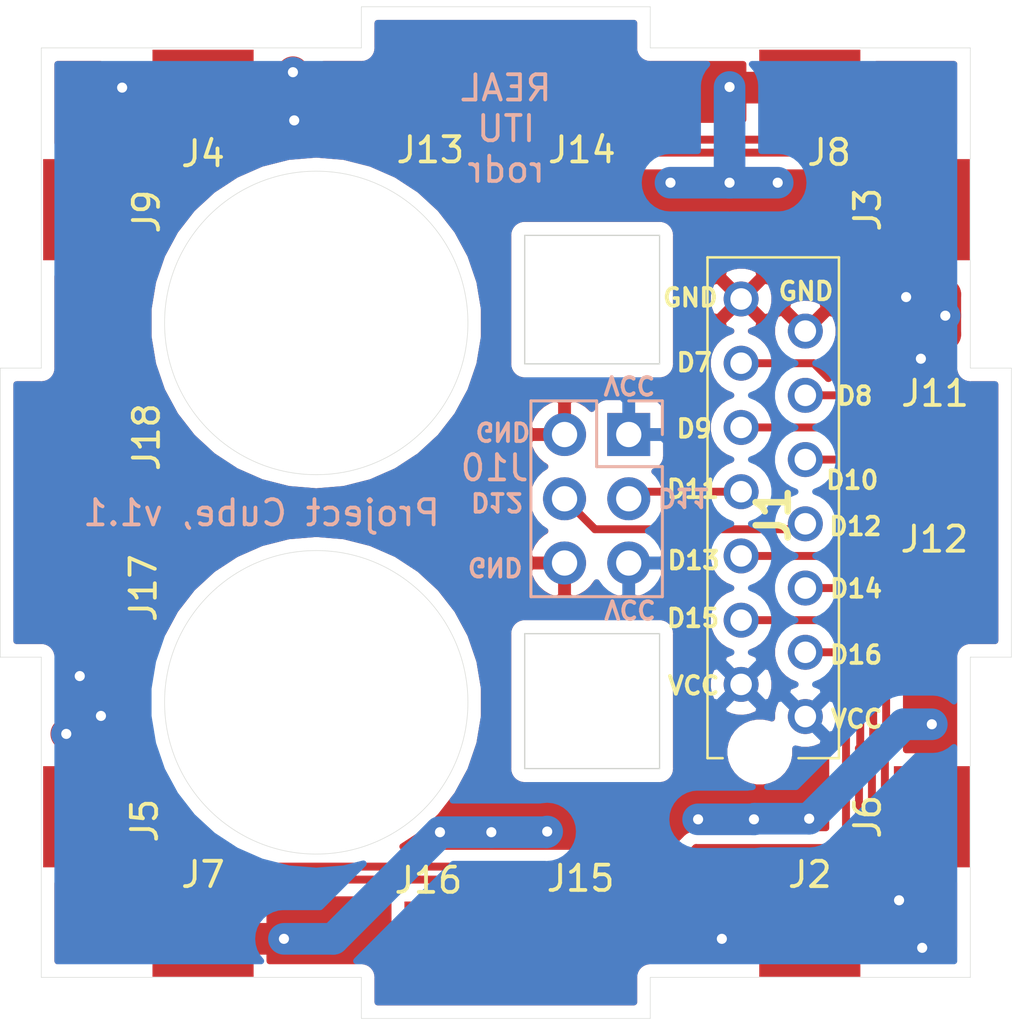
<source format=kicad_pcb>
(kicad_pcb (version 20171130) (host pcbnew "(5.1.10)-1")

  (general
    (thickness 1.6)
    (drawings 125)
    (tracks 138)
    (zones 0)
    (modules 18)
    (nets 13)
  )

  (page A4)
  (layers
    (0 F.Cu signal)
    (31 B.Cu signal)
    (32 B.Adhes user)
    (33 F.Adhes user)
    (34 B.Paste user)
    (35 F.Paste user)
    (36 B.SilkS user)
    (37 F.SilkS user)
    (38 B.Mask user)
    (39 F.Mask user)
    (40 Dwgs.User user)
    (41 Cmts.User user)
    (42 Eco1.User user)
    (43 Eco2.User user)
    (44 Edge.Cuts user)
    (45 Margin user)
    (46 B.CrtYd user)
    (47 F.CrtYd user)
    (48 B.Fab user)
    (49 F.Fab user)
  )

  (setup
    (last_trace_width 0.3125)
    (trace_clearance 0.2)
    (zone_clearance 0.508)
    (zone_45_only no)
    (trace_min 0.2)
    (via_size 0.8)
    (via_drill 0.4)
    (via_min_size 0.4)
    (via_min_drill 0.3)
    (uvia_size 0.3)
    (uvia_drill 0.1)
    (uvias_allowed no)
    (uvia_min_size 0.2)
    (uvia_min_drill 0.1)
    (edge_width 0.05)
    (segment_width 0.2)
    (pcb_text_width 0.3)
    (pcb_text_size 1.5 1.5)
    (mod_edge_width 0.12)
    (mod_text_size 1 1)
    (mod_text_width 0.15)
    (pad_size 1.524 1.524)
    (pad_drill 0.762)
    (pad_to_mask_clearance 0)
    (aux_axis_origin 0 0)
    (visible_elements 7FFFFFFF)
    (pcbplotparams
      (layerselection 0x010fc_ffffffff)
      (usegerberextensions false)
      (usegerberattributes true)
      (usegerberadvancedattributes true)
      (creategerberjobfile true)
      (excludeedgelayer true)
      (linewidth 0.100000)
      (plotframeref false)
      (viasonmask false)
      (mode 1)
      (useauxorigin false)
      (hpglpennumber 1)
      (hpglpenspeed 20)
      (hpglpendiameter 15.000000)
      (psnegative false)
      (psa4output false)
      (plotreference true)
      (plotvalue true)
      (plotinvisibletext false)
      (padsonsilk false)
      (subtractmaskfromsilk false)
      (outputformat 1)
      (mirror false)
      (drillshape 0)
      (scaleselection 1)
      (outputdirectory "Gerber/"))
  )

  (net 0 "")
  (net 1 VCC)
  (net 2 /D16)
  (net 3 /D15)
  (net 4 /D14)
  (net 5 /D13)
  (net 6 /D12)
  (net 7 /D11)
  (net 8 /D10)
  (net 9 /D9)
  (net 10 /D8)
  (net 11 /D7)
  (net 12 GND)

  (net_class Default "This is the default net class."
    (clearance 0.2)
    (trace_width 0.3125)
    (via_dia 0.8)
    (via_drill 0.4)
    (uvia_dia 0.3)
    (uvia_drill 0.1)
    (add_net /D10)
    (add_net /D11)
    (add_net /D12)
    (add_net /D13)
    (add_net /D14)
    (add_net /D15)
    (add_net /D16)
    (add_net /D7)
    (add_net /D8)
    (add_net /D9)
  )

  (net_class Power ""
    (clearance 0.2)
    (trace_width 1.25)
    (via_dia 1.2)
    (via_drill 0.4)
    (uvia_dia 0.3)
    (uvia_drill 0.1)
    (add_net GND)
    (add_net VCC)
  )

  (module Custom:TE_Micromatch_2,54_14 (layer F.Cu) (tedit 0) (tstamp 61C3D8C0)
    (at 160.9852 48.9966 270)
    (descr 1-215079-4-1)
    (tags Connector)
    (path /61C37D8B)
    (fp_text reference J1 (at 8.52 -1.27 90) (layer F.SilkS)
      (effects (font (size 1.27 1.27) (thickness 0.254)))
    )
    (fp_text value Conn_02x07_Odd_Even (at 8.52 -1.27 90) (layer F.SilkS) hide
      (effects (font (size 1.27 1.27) (thickness 0.254)))
    )
    (fp_line (start -1.645 -3.87) (end 18.155 -3.87) (layer F.Fab) (width 0.2))
    (fp_line (start 18.155 -3.87) (end 18.155 1.33) (layer F.Fab) (width 0.2))
    (fp_line (start 18.155 1.33) (end -1.645 1.33) (layer F.Fab) (width 0.2))
    (fp_line (start -1.645 1.33) (end -1.645 -3.87) (layer F.Fab) (width 0.2))
    (fp_line (start -2.645 -4.87) (end 19.685 -4.87) (layer F.CrtYd) (width 0.1))
    (fp_line (start 19.685 -4.87) (end 19.685 2.33) (layer F.CrtYd) (width 0.1))
    (fp_line (start 19.685 2.33) (end -2.645 2.33) (layer F.CrtYd) (width 0.1))
    (fp_line (start -2.645 2.33) (end -2.645 -4.87) (layer F.CrtYd) (width 0.1))
    (fp_line (start 18.155 -2.27) (end 18.155 -3.87) (layer F.SilkS) (width 0.1))
    (fp_line (start 18.155 -3.87) (end -1.645 -3.87) (layer F.SilkS) (width 0.1))
    (fp_line (start -1.645 -3.87) (end -1.645 1.33) (layer F.SilkS) (width 0.1))
    (fp_line (start -1.645 1.33) (end 18.155 1.33) (layer F.SilkS) (width 0.1))
    (fp_line (start 18.155 1.33) (end 18.155 0.73) (layer F.SilkS) (width 0.1))
    (fp_text user %R (at 8.52 -1.27 90) (layer F.Fab)
      (effects (font (size 1.27 1.27) (thickness 0.254)))
    )
    (pad MH1 np_thru_hole circle (at 17.91 -0.74 270) (size 1.55 0) (drill 1.55) (layers *.Cu *.Mask))
    (pad 14 thru_hole circle (at 16.51 -2.54 270) (size 1.381 1.381) (drill 0.85) (layers *.Cu *.Mask)
      (net 1 VCC))
    (pad 13 thru_hole circle (at 15.24 0 270) (size 1.381 1.381) (drill 0.85) (layers *.Cu *.Mask)
      (net 1 VCC))
    (pad 12 thru_hole circle (at 13.97 -2.54 270) (size 1.381 1.381) (drill 0.85) (layers *.Cu *.Mask)
      (net 2 /D16))
    (pad 11 thru_hole circle (at 12.7 0 270) (size 1.381 1.381) (drill 0.85) (layers *.Cu *.Mask)
      (net 3 /D15))
    (pad 10 thru_hole circle (at 11.43 -2.54 270) (size 1.381 1.381) (drill 0.85) (layers *.Cu *.Mask)
      (net 4 /D14))
    (pad 9 thru_hole circle (at 10.16 0 270) (size 1.381 1.381) (drill 0.85) (layers *.Cu *.Mask)
      (net 5 /D13))
    (pad 8 thru_hole circle (at 8.89 -2.54 270) (size 1.381 1.381) (drill 0.85) (layers *.Cu *.Mask)
      (net 6 /D12))
    (pad 7 thru_hole circle (at 7.62 0 270) (size 1.381 1.381) (drill 0.85) (layers *.Cu *.Mask)
      (net 7 /D11))
    (pad 6 thru_hole circle (at 6.35 -2.54 270) (size 1.381 1.381) (drill 0.85) (layers *.Cu *.Mask)
      (net 8 /D10))
    (pad 5 thru_hole circle (at 5.08 0 270) (size 1.381 1.381) (drill 0.85) (layers *.Cu *.Mask)
      (net 9 /D9))
    (pad 4 thru_hole circle (at 3.81 -2.54 270) (size 1.381 1.381) (drill 0.85) (layers *.Cu *.Mask)
      (net 10 /D8))
    (pad 3 thru_hole circle (at 2.54 0 270) (size 1.381 1.381) (drill 0.85) (layers *.Cu *.Mask)
      (net 11 /D7))
    (pad 2 thru_hole circle (at 1.27 -2.54 270) (size 1.381 1.381) (drill 0.85) (layers *.Cu *.Mask)
      (net 12 GND))
    (pad 1 thru_hole circle (at 0 0 270) (size 1.381 1.381) (drill 0.85) (layers *.Cu *.Mask)
      (net 12 GND))
    (model 1-215079-4.stp
      (offset (xyz 8.31999956987047 1.239999990913822 4.170000013666946))
      (scale (xyz 1 1 1))
      (rotate (xyz 0 0 0))
    )
  )

  (module Custom:CubeSidePad (layer F.Cu) (tedit 61C380AB) (tstamp 61C3D8C5)
    (at 163.703 74.295 180)
    (path /61C4ABA2)
    (fp_text reference J2 (at 0 2.54) (layer F.SilkS)
      (effects (font (size 1 1) (thickness 0.15)))
    )
    (fp_text value Conn_01x01 (at 0 -2.54) (layer F.Fab)
      (effects (font (size 1 1) (thickness 0.15)))
    )
    (pad 1 smd rect (at 0 0 180) (size 4 3) (layers F.Cu F.Paste F.Mask)
      (net 1 VCC))
  )

  (module Custom:CubeSidePad (layer F.Cu) (tedit 61C380AB) (tstamp 61C3D8CA)
    (at 168.529 45.466 270)
    (path /61C4B336)
    (fp_text reference J3 (at 0 2.54 90) (layer F.SilkS)
      (effects (font (size 1 1) (thickness 0.15)))
    )
    (fp_text value Conn_01x01 (at 0 -2.54 90) (layer F.Fab)
      (effects (font (size 1 1) (thickness 0.15)))
    )
    (pad 1 smd rect (at 0 0 270) (size 4 3) (layers F.Cu F.Paste F.Mask)
      (net 1 VCC))
  )

  (module Custom:CubeSidePad (layer F.Cu) (tedit 61C380AB) (tstamp 61C3D8CF)
    (at 139.7 40.64 180)
    (path /61C4B4FE)
    (fp_text reference J4 (at 0 -2.6162) (layer F.SilkS)
      (effects (font (size 1 1) (thickness 0.15)))
    )
    (fp_text value Conn_01x01 (at 0 -2.54) (layer F.Fab)
      (effects (font (size 1 1) (thickness 0.15)))
    )
    (pad 1 smd rect (at 0 0 180) (size 4 3) (layers F.Cu F.Paste F.Mask)
      (net 1 VCC))
  )

  (module Custom:CubeSidePad (layer F.Cu) (tedit 61C380AB) (tstamp 61C3D8D4)
    (at 134.874 69.469 270)
    (path /61C4B720)
    (fp_text reference J5 (at 0.1524 -2.5146 90) (layer F.SilkS)
      (effects (font (size 1 1) (thickness 0.15)))
    )
    (fp_text value Conn_01x01 (at 0 -2.54 90) (layer F.Fab)
      (effects (font (size 1 1) (thickness 0.15)))
    )
    (pad 1 smd rect (at 0 0 270) (size 4 3) (layers F.Cu F.Paste F.Mask)
      (net 1 VCC))
  )

  (module Custom:CubeSidePad (layer F.Cu) (tedit 61C380AB) (tstamp 61C3D8D9)
    (at 168.529 69.469 270)
    (path /61C4B932)
    (fp_text reference J6 (at 0 2.54 90) (layer F.SilkS)
      (effects (font (size 1 1) (thickness 0.15)))
    )
    (fp_text value Conn_01x01 (at 0 -2.54 90) (layer F.Fab)
      (effects (font (size 1 1) (thickness 0.15)))
    )
    (pad 1 smd rect (at 0 0 270) (size 4 3) (layers F.Cu F.Paste F.Mask)
      (net 12 GND))
  )

  (module Custom:CubeSidePad (layer F.Cu) (tedit 61C380AB) (tstamp 61C3D8DE)
    (at 139.7 74.295 180)
    (path /61C4BB49)
    (fp_text reference J7 (at 0 2.54) (layer F.SilkS)
      (effects (font (size 1 1) (thickness 0.15)))
    )
    (fp_text value Conn_01x01 (at 0 -2.54) (layer F.Fab)
      (effects (font (size 1 1) (thickness 0.15)))
    )
    (pad 1 smd rect (at 0 0 180) (size 4 3) (layers F.Cu F.Paste F.Mask)
      (net 12 GND))
  )

  (module Custom:CubeSidePad (layer F.Cu) (tedit 61C380AB) (tstamp 61C3D8E3)
    (at 163.703 40.64 180)
    (path /61C4BE03)
    (fp_text reference J8 (at -0.762 -2.5654) (layer F.SilkS)
      (effects (font (size 1 1) (thickness 0.15)))
    )
    (fp_text value Conn_01x01 (at 0 -2.54) (layer F.Fab)
      (effects (font (size 1 1) (thickness 0.15)))
    )
    (pad 1 smd rect (at 0 0 180) (size 4 3) (layers F.Cu F.Paste F.Mask)
      (net 12 GND))
  )

  (module Custom:CubeSidePad (layer F.Cu) (tedit 61C380AB) (tstamp 61C3E527)
    (at 134.874 45.466 270)
    (path /61C4BFDE)
    (fp_text reference J9 (at 0.0762 -2.5908 90) (layer F.SilkS)
      (effects (font (size 1 1) (thickness 0.15)))
    )
    (fp_text value Conn_01x01 (at 0 -2.54 90) (layer F.Fab)
      (effects (font (size 1 1) (thickness 0.15)))
    )
    (pad 1 smd rect (at 0 0 270) (size 4 3) (layers F.Cu F.Paste F.Mask)
      (net 12 GND))
  )

  (module Custom:CubeCenterPad (layer F.Cu) (tedit 61C3800F) (tstamp 61C3D91E)
    (at 168.6052 54.4576 270)
    (path /61C45B37)
    (fp_text reference J11 (at -1.7272 -0.0508 180) (layer F.SilkS)
      (effects (font (size 1 1) (thickness 0.15)))
    )
    (fp_text value Conn_01x01 (at 0 -2.54 90) (layer F.Fab)
      (effects (font (size 1 1) (thickness 0.15)))
    )
    (pad 1 smd rect (at 0 0 270) (size 2 3) (layers F.Cu F.Paste F.Mask)
      (net 9 /D9))
  )

  (module Custom:CubeCenterPad (layer F.Cu) (tedit 61C3800F) (tstamp 61C3D923)
    (at 168.5798 60.452 270)
    (path /61C43F59)
    (fp_text reference J12 (at -1.9558 -0.0508 180) (layer F.SilkS)
      (effects (font (size 1 1) (thickness 0.15)))
    )
    (fp_text value Conn_01x01 (at 0 -2.54 90) (layer F.Fab)
      (effects (font (size 1 1) (thickness 0.15)))
    )
    (pad 1 smd rect (at 0 0 270) (size 2 3) (layers F.Cu F.Paste F.Mask)
      (net 8 /D10))
  )

  (module Custom:CubeCenterPad (layer F.Cu) (tedit 61C3800F) (tstamp 61C3D928)
    (at 148.6916 40.5638)
    (path /61C44C73)
    (fp_text reference J13 (at 0 2.54) (layer F.SilkS)
      (effects (font (size 1 1) (thickness 0.15)))
    )
    (fp_text value Conn_01x01 (at 0 -2.54) (layer F.Fab)
      (effects (font (size 1 1) (thickness 0.15)))
    )
    (pad 1 smd rect (at 0 0) (size 2 3) (layers F.Cu F.Paste F.Mask)
      (net 11 /D7))
  )

  (module Custom:CubeCenterPad (layer F.Cu) (tedit 61C3800F) (tstamp 61C3D92D)
    (at 154.686 40.5638)
    (path /61C44F1B)
    (fp_text reference J14 (at 0 2.54) (layer F.SilkS)
      (effects (font (size 1 1) (thickness 0.15)))
    )
    (fp_text value Conn_01x01 (at 0 -2.54) (layer F.Fab)
      (effects (font (size 1 1) (thickness 0.15)))
    )
    (pad 1 smd rect (at 0 0) (size 2 3) (layers F.Cu F.Paste F.Mask)
      (net 10 /D8))
  )

  (module Custom:CubeCenterPad (layer F.Cu) (tedit 61C3800F) (tstamp 61C3E595)
    (at 154.7114 74.3204)
    (path /61C45131)
    (fp_text reference J15 (at -0.0762 -2.413) (layer F.SilkS)
      (effects (font (size 1 1) (thickness 0.15)))
    )
    (fp_text value Conn_01x01 (at 0 -2.54) (layer F.Fab)
      (effects (font (size 1 1) (thickness 0.15)))
    )
    (pad 1 smd rect (at 0 0) (size 2 3) (layers F.Cu F.Paste F.Mask)
      (net 5 /D13))
  )

  (module Custom:CubeCenterPad (layer F.Cu) (tedit 61C3800F) (tstamp 61C3D937)
    (at 148.6662 74.3204)
    (path /61C45419)
    (fp_text reference J16 (at -0.0508 -2.3368) (layer F.SilkS)
      (effects (font (size 1 1) (thickness 0.15)))
    )
    (fp_text value Conn_01x01 (at 0 -2.54) (layer F.Fab)
      (effects (font (size 1 1) (thickness 0.15)))
    )
    (pad 1 smd rect (at 0 0) (size 2 3) (layers F.Cu F.Paste F.Mask)
      (net 4 /D14))
  )

  (module Custom:CubeCenterPad (layer F.Cu) (tedit 61C3800F) (tstamp 61C3D93C)
    (at 134.747 60.452 270)
    (path /61C4562F)
    (fp_text reference J17 (at -0.0254 -2.5908 90) (layer F.SilkS)
      (effects (font (size 1 1) (thickness 0.15)))
    )
    (fp_text value Conn_01x01 (at 0 -2.54 90) (layer F.Fab)
      (effects (font (size 1 1) (thickness 0.15)))
    )
    (pad 1 smd rect (at 0 0 270) (size 2 3) (layers F.Cu F.Paste F.Mask)
      (net 3 /D15))
  )

  (module Custom:CubeCenterPad (layer F.Cu) (tedit 61C3800F) (tstamp 61C3D941)
    (at 134.747 54.483 270)
    (path /61C458B9)
    (fp_text reference J18 (at -0.0254 -2.7178 90) (layer F.SilkS)
      (effects (font (size 1 1) (thickness 0.15)))
    )
    (fp_text value Conn_01x01 (at 0 -2.54 90) (layer F.Fab)
      (effects (font (size 1 1) (thickness 0.15)))
    )
    (pad 1 smd rect (at 0 0 270) (size 2 3) (layers F.Cu F.Paste F.Mask)
      (net 2 /D16))
  )

  (module Connector_PinHeader_2.54mm:PinHeader_2x03_P2.54mm_Vertical (layer B.Cu) (tedit 59FED5CC) (tstamp 61C64039)
    (at 156.5402 54.356 180)
    (descr "Through hole straight pin header, 2x03, 2.54mm pitch, double rows")
    (tags "Through hole pin header THT 2x03 2.54mm double row")
    (path /61C3F757)
    (fp_text reference J10 (at 5.3086 -1.3208) (layer B.SilkS)
      (effects (font (size 1 1) (thickness 0.15)) (justify mirror))
    )
    (fp_text value Conn_02x03_Odd_Even (at 1.27 -7.41) (layer B.Fab)
      (effects (font (size 1 1) (thickness 0.15)) (justify mirror))
    )
    (fp_line (start 0 1.27) (end 3.81 1.27) (layer B.Fab) (width 0.1))
    (fp_line (start 3.81 1.27) (end 3.81 -6.35) (layer B.Fab) (width 0.1))
    (fp_line (start 3.81 -6.35) (end -1.27 -6.35) (layer B.Fab) (width 0.1))
    (fp_line (start -1.27 -6.35) (end -1.27 0) (layer B.Fab) (width 0.1))
    (fp_line (start -1.27 0) (end 0 1.27) (layer B.Fab) (width 0.1))
    (fp_line (start -1.33 -6.41) (end 3.87 -6.41) (layer B.SilkS) (width 0.12))
    (fp_line (start -1.33 -1.27) (end -1.33 -6.41) (layer B.SilkS) (width 0.12))
    (fp_line (start 3.87 1.33) (end 3.87 -6.41) (layer B.SilkS) (width 0.12))
    (fp_line (start -1.33 -1.27) (end 1.27 -1.27) (layer B.SilkS) (width 0.12))
    (fp_line (start 1.27 -1.27) (end 1.27 1.33) (layer B.SilkS) (width 0.12))
    (fp_line (start 1.27 1.33) (end 3.87 1.33) (layer B.SilkS) (width 0.12))
    (fp_line (start -1.33 0) (end -1.33 1.33) (layer B.SilkS) (width 0.12))
    (fp_line (start -1.33 1.33) (end 0 1.33) (layer B.SilkS) (width 0.12))
    (fp_line (start -1.8 1.8) (end -1.8 -6.85) (layer B.CrtYd) (width 0.05))
    (fp_line (start -1.8 -6.85) (end 4.35 -6.85) (layer B.CrtYd) (width 0.05))
    (fp_line (start 4.35 -6.85) (end 4.35 1.8) (layer B.CrtYd) (width 0.05))
    (fp_line (start 4.35 1.8) (end -1.8 1.8) (layer B.CrtYd) (width 0.05))
    (fp_text user %R (at 1.27 -2.54 270) (layer B.Fab)
      (effects (font (size 1 1) (thickness 0.15)) (justify mirror))
    )
    (pad 1 thru_hole rect (at 0 0 180) (size 1.7 1.7) (drill 1) (layers *.Cu *.Mask)
      (net 1 VCC))
    (pad 2 thru_hole oval (at 2.54 0 180) (size 1.7 1.7) (drill 1) (layers *.Cu *.Mask)
      (net 12 GND))
    (pad 3 thru_hole oval (at 0 -2.54 180) (size 1.7 1.7) (drill 1) (layers *.Cu *.Mask)
      (net 7 /D11))
    (pad 4 thru_hole oval (at 2.54 -2.54 180) (size 1.7 1.7) (drill 1) (layers *.Cu *.Mask)
      (net 6 /D12))
    (pad 5 thru_hole oval (at 0 -5.08 180) (size 1.7 1.7) (drill 1) (layers *.Cu *.Mask)
      (net 1 VCC))
    (pad 6 thru_hole oval (at 2.54 -5.08 180) (size 1.7 1.7) (drill 1) (layers *.Cu *.Mask)
      (net 12 GND))
    (model ${KISYS3DMOD}/Connector_PinHeader_2.54mm.3dshapes/PinHeader_2x03_P2.54mm_Vertical.wrl
      (at (xyz 0 0 0))
      (scale (xyz 1 1 1))
      (rotate (xyz 0 0 0))
    )
  )

  (gr_text GND (at 151.5618 54.229 180) (layer B.SilkS)
    (effects (font (size 0.7 0.7) (thickness 0.15)) (justify mirror))
  )
  (gr_text GND (at 163.5506 48.6918) (layer F.SilkS) (tstamp 61E03D4B)
    (effects (font (size 0.7 0.7) (thickness 0.15)))
  )
  (gr_text GND (at 158.9786 48.9458) (layer F.SilkS) (tstamp 61E03D4B)
    (effects (font (size 0.7 0.7) (thickness 0.15)))
  )
  (gr_text VCC (at 165.5572 65.6082) (layer F.SilkS) (tstamp 61E03C09)
    (effects (font (size 0.7 0.7) (thickness 0.15)))
  )
  (gr_text VCC (at 159.1056 64.2874) (layer F.SilkS) (tstamp 61E03C09)
    (effects (font (size 0.7 0.7) (thickness 0.15)))
  )
  (gr_text D16 (at 165.5318 63.0682) (layer F.SilkS) (tstamp 61E03BC4)
    (effects (font (size 0.7 0.7) (thickness 0.15)))
  )
  (gr_text D15 (at 159.0802 61.6204) (layer F.SilkS) (tstamp 61E03BC4)
    (effects (font (size 0.7 0.7) (thickness 0.15)))
  )
  (gr_text D14 (at 165.5318 60.452) (layer F.SilkS) (tstamp 61E03BC4)
    (effects (font (size 0.7 0.7) (thickness 0.15)))
  )
  (gr_text D13 (at 159.1056 59.3344) (layer F.SilkS) (tstamp 61E03BC4)
    (effects (font (size 0.7 0.7) (thickness 0.15)))
  )
  (gr_text D12 (at 165.5064 57.9882) (layer F.SilkS) (tstamp 61E03BC4)
    (effects (font (size 0.7 0.7) (thickness 0.15)))
  )
  (gr_text D11 (at 159.0802 56.515) (layer F.SilkS) (tstamp 61E03BC4)
    (effects (font (size 0.7 0.7) (thickness 0.15)))
  )
  (gr_text D10 (at 165.3794 56.1594) (layer F.SilkS) (tstamp 61E03BC4)
    (effects (font (size 0.7 0.7) (thickness 0.15)))
  )
  (gr_text D9 (at 159.131 54.1274) (layer F.SilkS) (tstamp 61E03BC4)
    (effects (font (size 0.7 0.7) (thickness 0.15)))
  )
  (gr_text D8 (at 165.481 52.832) (layer F.SilkS) (tstamp 61E03BC4)
    (effects (font (size 0.7 0.7) (thickness 0.15)))
  )
  (gr_text D7 (at 159.131 51.5112) (layer F.SilkS) (tstamp 61E03BC4)
    (effects (font (size 0.7 0.7) (thickness 0.15)))
  )
  (gr_text D11 (at 158.7246 56.8452 180) (layer B.SilkS) (tstamp 61E03BA0)
    (effects (font (size 0.7 0.7) (thickness 0.15)) (justify mirror))
  )
  (gr_text D12 (at 151.3332 57.023 180) (layer B.SilkS) (tstamp 61E03BA0)
    (effects (font (size 0.7 0.7) (thickness 0.15)) (justify mirror))
  )
  (gr_text VCC (at 156.591 61.2648 180) (layer B.SilkS) (tstamp 61E03BA0)
    (effects (font (size 0.7 0.7) (thickness 0.15)) (justify mirror))
  )
  (gr_text VCC (at 156.5656 52.4002 180) (layer B.SilkS) (tstamp 61E03B91)
    (effects (font (size 0.7 0.7) (thickness 0.15)) (justify mirror))
  )
  (gr_text GND (at 151.257 59.5884 180) (layer B.SilkS) (tstamp 61E03B91)
    (effects (font (size 0.7 0.7) (thickness 0.15)) (justify mirror))
  )
  (gr_text "REAL\nITU\nrodr" (at 151.6888 42.2656) (layer B.SilkS) (tstamp 61C85777)
    (effects (font (size 1 1) (thickness 0.15)) (justify mirror))
  )
  (gr_text "Project Cube, v1.1" (at 142.0114 57.4548) (layer B.SilkS)
    (effects (font (size 1 1) (thickness 0.15)) (justify mirror))
  )
  (gr_line (start 157.7594 62.23) (end 152.4254 62.23) (layer Edge.Cuts) (width 0.05) (tstamp 61C8528C))
  (gr_line (start 152.4254 67.564) (end 157.7594 67.564) (layer Edge.Cuts) (width 0.05) (tstamp 61C8528B))
  (gr_line (start 157.7594 67.564) (end 157.7594 62.23) (layer Edge.Cuts) (width 0.05) (tstamp 61C8528A))
  (gr_line (start 152.4254 62.23) (end 152.4254 67.564) (layer Edge.Cuts) (width 0.05) (tstamp 61C85289))
  (gr_line (start 157.7594 46.482) (end 152.4254 46.482) (layer Edge.Cuts) (width 0.05) (tstamp 61C8523F))
  (gr_line (start 157.7594 51.562) (end 157.7594 46.482) (layer Edge.Cuts) (width 0.05))
  (gr_line (start 152.4254 51.562) (end 157.7594 51.562) (layer Edge.Cuts) (width 0.05))
  (gr_line (start 152.4254 46.482) (end 152.4254 51.562) (layer Edge.Cuts) (width 0.05))
  (gr_line (start 170.053 67.444001) (end 170.053 71.444) (layer Edge.Cuts) (width 0.02) (tstamp 61C3DABA))
  (gr_line (start 170.053 43.444001) (end 170.053 47.444001) (layer Edge.Cuts) (width 0.02) (tstamp 61C3DAB9))
  (gr_line (start 161.678 39.069001) (end 165.678 39.069001) (layer Edge.Cuts) (width 0.02) (tstamp 61C3DAB8))
  (gr_line (start 137.678001 39.069001) (end 141.678001 39.069001) (layer Edge.Cuts) (width 0.02) (tstamp 61C3DAB7))
  (gr_line (start 133.303001 47.444001) (end 133.303001 43.444001) (layer Edge.Cuts) (width 0.02) (tstamp 61C3DAB6))
  (gr_line (start 133.303001 71.444) (end 133.303001 67.444001) (layer Edge.Cuts) (width 0.02) (tstamp 61C3DAB5))
  (gr_line (start 137.678001 75.819) (end 141.678001 75.819) (layer Edge.Cuts) (width 0.02) (tstamp 61C3DAAB))
  (gr_line (start 161.678 72.819) (end 161.678 75.819) (layer Dwgs.User) (width 0.2))
  (gr_line (start 161.678 75.819) (end 165.678 75.819) (layer Edge.Cuts) (width 0.02) (tstamp 61C3DA8B))
  (gr_line (start 145.963716 37.444001) (end 157.392286 37.444001) (layer Edge.Cuts) (width 0.02))
  (gr_line (start 145.963716 39.069001) (end 145.963716 37.444001) (layer Edge.Cuts) (width 0.02))
  (gr_line (start 133.303001 43.444001) (end 133.303001 39.069001) (layer Edge.Cuts) (width 0.02))
  (gr_line (start 133.303001 47.444001) (end 136.303001 47.444001) (layer Dwgs.User) (width 0.2))
  (gr_line (start 141.678001 42.069001) (end 141.678001 39.069001) (layer Dwgs.User) (width 0.2))
  (gr_line (start 136.303001 47.444001) (end 136.303001 43.444001) (layer Dwgs.User) (width 0.2))
  (gr_line (start 133.303001 39.069001) (end 137.678001 39.069001) (layer Edge.Cuts) (width 0.02))
  (gr_line (start 133.303001 51.729715) (end 133.303001 47.444001) (layer Edge.Cuts) (width 0.02))
  (gr_line (start 137.678001 42.069001) (end 141.678001 42.069001) (layer Dwgs.User) (width 0.2))
  (gr_line (start 157.392286 39.069001) (end 161.678 39.069001) (layer Edge.Cuts) (width 0.02))
  (gr_line (start 137.678001 39.069001) (end 137.678001 42.069001) (layer Dwgs.User) (width 0.2))
  (gr_line (start 131.678001 63.158286) (end 131.678001 51.729715) (layer Edge.Cuts) (width 0.02))
  (gr_line (start 131.678001 51.729715) (end 133.303001 51.729715) (layer Edge.Cuts) (width 0.02))
  (gr_line (start 141.678001 39.069001) (end 145.963716 39.069001) (layer Edge.Cuts) (width 0.02))
  (gr_line (start 136.303001 43.444001) (end 133.303001 43.444001) (layer Dwgs.User) (width 0.2))
  (gr_line (start 157.392286 37.444001) (end 157.392286 39.069001) (layer Edge.Cuts) (width 0.02))
  (gr_line (start 141.678001 75.819) (end 141.678001 72.819) (layer Dwgs.User) (width 0.2))
  (gr_line (start 170.053 53.444001) (end 167.053 53.444001) (layer Dwgs.User) (width 0.2))
  (gr_line (start 167.053 71.444) (end 170.053 71.444) (layer Dwgs.User) (width 0.2))
  (gr_line (start 167.053 43.444001) (end 167.053 47.444001) (layer Dwgs.User) (width 0.2))
  (gr_line (start 161.678 39.069001) (end 161.678 42.069001) (layer Dwgs.User) (width 0.2))
  (gr_line (start 133.303001 67.444001) (end 133.303001 63.158286) (layer Edge.Cuts) (width 0.02))
  (gr_line (start 170.053 51.729715) (end 171.678 51.729715) (layer Edge.Cuts) (width 0.02))
  (gr_line (start 136.303002 67.444001) (end 133.303001 67.444001) (layer Dwgs.User) (width 0.2))
  (gr_line (start 167.053 67.444001) (end 167.053 71.444) (layer Dwgs.User) (width 0.2))
  (gr_line (start 133.303001 61.444001) (end 136.303001 61.444001) (layer Dwgs.User) (width 0.2))
  (gr_line (start 136.303002 71.444) (end 136.303002 67.444001) (layer Dwgs.User) (width 0.2))
  (gr_line (start 133.303001 71.444) (end 136.303002 71.444) (layer Dwgs.User) (width 0.2))
  (gr_line (start 137.678001 75.819) (end 133.303001 75.819) (layer Edge.Cuts) (width 0.02))
  (gr_line (start 167.053 47.444001) (end 170.053 47.444001) (layer Dwgs.User) (width 0.2))
  (gr_line (start 137.678001 72.819) (end 137.678001 75.819) (layer Dwgs.User) (width 0.2))
  (gr_line (start 141.678001 72.819) (end 137.678001 72.819) (layer Dwgs.User) (width 0.2))
  (gr_line (start 145.963715 75.819) (end 141.678001 75.819) (layer Edge.Cuts) (width 0.02))
  (gr_line (start 157.392286 77.444) (end 145.963715 77.444) (layer Edge.Cuts) (width 0.02))
  (gr_line (start 161.678 75.819) (end 157.392286 75.819) (layer Edge.Cuts) (width 0.02))
  (gr_line (start 165.678 72.819) (end 161.678 72.819) (layer Dwgs.User) (width 0.2))
  (gr_line (start 161.678 42.069001) (end 165.678 42.069001) (layer Dwgs.User) (width 0.2))
  (gr_line (start 136.303001 61.444001) (end 136.303001 59.444001) (layer Dwgs.User) (width 0.2))
  (gr_line (start 167.053 55.444001) (end 170.053 55.444001) (layer Dwgs.User) (width 0.2))
  (gr_line (start 133.303001 59.444001) (end 133.303001 61.444001) (layer Dwgs.User) (width 0.2))
  (gr_line (start 136.303001 59.444001) (end 133.303001 59.444001) (layer Dwgs.User) (width 0.2))
  (gr_line (start 165.678 75.819) (end 165.678 72.819) (layer Dwgs.User) (width 0.2))
  (gr_line (start 171.678 51.729715) (end 171.678 63.158286) (layer Edge.Cuts) (width 0.02))
  (gr_line (start 171.678 63.158286) (end 170.078 63.158287) (layer Edge.Cuts) (width 0.02))
  (gr_line (start 170.053 47.444001) (end 170.053 51.729715) (layer Edge.Cuts) (width 0.02))
  (gr_line (start 170.053 39.069001) (end 170.053 43.444001) (layer Edge.Cuts) (width 0.02))
  (gr_line (start 170.053 75.819) (end 165.678 75.819) (layer Edge.Cuts) (width 0.02))
  (gr_line (start 170.053 63.158287) (end 170.053 67.444001) (layer Edge.Cuts) (width 0.02))
  (gr_line (start 170.053 55.444001) (end 170.053 53.444001) (layer Dwgs.User) (width 0.2))
  (gr_line (start 167.053 53.444001) (end 167.053 55.444001) (layer Dwgs.User) (width 0.2))
  (gr_line (start 170.053 43.444001) (end 167.053 43.444001) (layer Dwgs.User) (width 0.2))
  (gr_line (start 165.678 39.069001) (end 170.053 39.069001) (layer Edge.Cuts) (width 0.02))
  (gr_line (start 145.963715 77.444) (end 145.963715 75.819) (layer Edge.Cuts) (width 0.02))
  (gr_line (start 170.053 71.444) (end 170.053 75.819) (layer Edge.Cuts) (width 0.02))
  (gr_line (start 170.053 67.444001) (end 167.053 67.444001) (layer Dwgs.User) (width 0.2))
  (gr_line (start 165.678 42.069001) (end 165.678 39.069001) (layer Dwgs.User) (width 0.2))
  (gr_line (start 133.303001 63.158286) (end 131.678001 63.158286) (layer Edge.Cuts) (width 0.02))
  (gr_line (start 157.392286 75.819) (end 157.392286 77.444) (layer Edge.Cuts) (width 0.02))
  (gr_line (start 170.078 63.158287) (end 170.053 63.158287) (layer Edge.Cuts) (width 0.02))
  (gr_line (start 133.303001 75.819) (end 133.303001 71.444) (layer Edge.Cuts) (width 0.02))
  (gr_line (start 153.678 39.069001) (end 153.678 42.069001) (layer Dwgs.User) (width 0.2))
  (gr_line (start 170.053 61.444001) (end 170.053 59.444001) (layer Dwgs.User) (width 0.2))
  (gr_line (start 136.303001 55.444001) (end 136.303001 53.444001) (layer Dwgs.User) (width 0.2))
  (gr_line (start 149.678001 39.069001) (end 147.678001 39.069001) (layer Dwgs.User) (width 0.2))
  (gr_circle (center 144.178001 49.944001) (end 150.178001 49.944001) (layer Edge.Cuts) (width 0.02))
  (gr_line (start 149.678001 42.069001) (end 149.678001 39.069001) (layer Dwgs.User) (width 0.2))
  (gr_line (start 147.678001 42.069001) (end 149.678001 42.069001) (layer Dwgs.User) (width 0.2))
  (gr_line (start 153.678 75.819) (end 155.678 75.819) (layer Dwgs.User) (width 0.2))
  (gr_line (start 167.053 61.444001) (end 170.053 61.444001) (layer Dwgs.User) (width 0.2))
  (gr_line (start 155.678 75.819) (end 155.678 72.819) (layer Dwgs.User) (width 0.2))
  (gr_line (start 167.053 59.444001) (end 167.053 61.444001) (layer Dwgs.User) (width 0.2))
  (gr_line (start 133.303001 53.444001) (end 133.303001 55.444001) (layer Dwgs.User) (width 0.2))
  (gr_line (start 136.303001 53.444001) (end 133.303001 53.444001) (layer Dwgs.User) (width 0.2))
  (gr_line (start 147.678001 39.069001) (end 147.678001 42.069001) (layer Dwgs.User) (width 0.2))
  (gr_line (start 155.678 72.819) (end 153.678 72.819) (layer Dwgs.User) (width 0.2))
  (gr_line (start 153.678 72.819) (end 153.678 75.819) (layer Dwgs.User) (width 0.2))
  (gr_line (start 133.303001 55.444001) (end 136.303001 55.444001) (layer Dwgs.User) (width 0.2))
  (gr_line (start 170.053 59.444001) (end 167.053 59.444001) (layer Dwgs.User) (width 0.2))
  (gr_line (start 155.678 39.069001) (end 153.678 39.069001) (layer Dwgs.User) (width 0.2))
  (gr_line (start 155.678 42.069001) (end 155.678 39.069001) (layer Dwgs.User) (width 0.2))
  (gr_line (start 153.678 42.069001) (end 155.678 42.069001) (layer Dwgs.User) (width 0.2))
  (gr_line (start 149.678001 75.819) (end 149.678001 72.819) (layer Dwgs.User) (width 0.2))
  (gr_circle (center 144.178001 64.944001) (end 150.178001 64.944001) (layer Edge.Cuts) (width 0.02))
  (gr_line (start 147.678001 75.819) (end 149.678001 75.819) (layer Dwgs.User) (width 0.2))
  (gr_line (start 147.678001 72.819) (end 147.678001 75.819) (layer Dwgs.User) (width 0.2))
  (gr_line (start 149.678001 72.819) (end 147.678001 72.819) (layer Dwgs.User) (width 0.2))

  (via (at 167.2336 72.771) (size 1.2) (drill 0.4) (layers F.Cu B.Cu) (net 1))
  (segment (start 163.703 74.295) (end 165.7096 74.295) (width 1.25) (layer F.Cu) (net 1))
  (via (at 168.148 74.6506) (size 1.2) (drill 0.4) (layers F.Cu B.Cu) (net 1))
  (segment (start 166.6748 74.6506) (end 168.148 74.6506) (width 1.25) (layer F.Cu) (net 1))
  (segment (start 166.3573 74.3331) (end 166.6748 74.6506) (width 1.25) (layer F.Cu) (net 1))
  (segment (start 166.3573 73.6473) (end 166.3573 74.3331) (width 1.25) (layer F.Cu) (net 1))
  (segment (start 165.7096 74.295) (end 166.3573 73.6473) (width 1.25) (layer F.Cu) (net 1))
  (segment (start 166.3573 73.6473) (end 167.2336 72.771) (width 1.25) (layer F.Cu) (net 1))
  (via (at 160.2232 74.295) (size 1.2) (drill 0.4) (layers F.Cu B.Cu) (net 1))
  (segment (start 163.703 74.295) (end 160.2232 74.295) (width 1.25) (layer F.Cu) (net 1))
  (via (at 167.513 48.9204) (size 1.2) (drill 0.4) (layers F.Cu B.Cu) (net 1))
  (segment (start 168.529 47.9044) (end 167.513 48.9204) (width 1.25) (layer F.Cu) (net 1))
  (segment (start 168.529 45.466) (end 168.529 47.9044) (width 1.25) (layer F.Cu) (net 1))
  (via (at 169.0624 49.657) (size 1.2) (drill 0.4) (layers F.Cu B.Cu) (net 1))
  (segment (start 169.0624 48.816) (end 169.0624 49.657) (width 1.25) (layer F.Cu) (net 1))
  (segment (start 168.529 48.2826) (end 169.0624 48.816) (width 1.25) (layer F.Cu) (net 1))
  (segment (start 168.529 47.9044) (end 168.529 48.2826) (width 1.25) (layer F.Cu) (net 1))
  (via (at 143.256 40.0304) (size 1.2) (drill 0.4) (layers F.Cu B.Cu) (net 1))
  (segment (start 142.6464 40.64) (end 143.256 40.0304) (width 1.25) (layer F.Cu) (net 1))
  (segment (start 139.7 40.64) (end 142.6464 40.64) (width 1.25) (layer F.Cu) (net 1))
  (via (at 143.3068 41.9354) (size 1.2) (drill 0.4) (layers F.Cu B.Cu) (net 1))
  (segment (start 142.6464 41.275) (end 143.3068 41.9354) (width 1.25) (layer F.Cu) (net 1))
  (segment (start 142.6464 40.64) (end 142.6464 41.275) (width 1.25) (layer F.Cu) (net 1))
  (via (at 136.4996 40.64) (size 1.2) (drill 0.4) (layers F.Cu B.Cu) (net 1))
  (segment (start 139.7 40.64) (end 136.4996 40.64) (width 1.25) (layer F.Cu) (net 1))
  (via (at 168.0972 51.3588) (size 1.2) (drill 0.4) (layers F.Cu B.Cu) (net 1))
  (segment (start 169.0624 50.3936) (end 168.0972 51.3588) (width 1.25) (layer F.Cu) (net 1))
  (segment (start 169.0624 49.657) (end 169.0624 50.3936) (width 1.25) (layer F.Cu) (net 1))
  (via (at 134.2898 66.1924) (size 1.2) (drill 0.4) (layers F.Cu B.Cu) (net 1))
  (segment (start 134.874 66.7766) (end 134.2898 66.1924) (width 1.25) (layer F.Cu) (net 1))
  (segment (start 134.874 69.469) (end 134.874 66.7766) (width 1.25) (layer F.Cu) (net 1))
  (via (at 135.6614 65.4812) (size 1.2) (drill 0.4) (layers F.Cu B.Cu) (net 1))
  (segment (start 134.874 66.2686) (end 135.6614 65.4812) (width 1.25) (layer F.Cu) (net 1))
  (segment (start 134.874 66.7766) (end 134.874 66.2686) (width 1.25) (layer F.Cu) (net 1))
  (via (at 134.8232 63.9064) (size 1.2) (drill 0.4) (layers F.Cu B.Cu) (net 1))
  (segment (start 135.6614 64.7446) (end 134.8232 63.9064) (width 1.25) (layer F.Cu) (net 1))
  (segment (start 135.6614 65.4812) (end 135.6614 64.7446) (width 1.25) (layer F.Cu) (net 1))
  (segment (start 135.1788 54.9148) (end 134.747 54.483) (width 0.3125) (layer F.Cu) (net 2))
  (segment (start 137.31691 59.880658) (end 135.1788 57.742548) (width 0.3125) (layer F.Cu) (net 2))
  (segment (start 138.483327 71.439129) (end 137.31691 70.272712) (width 0.3125) (layer F.Cu) (net 2))
  (segment (start 158.468073 71.439129) (end 138.483327 71.439129) (width 0.3125) (layer F.Cu) (net 2))
  (segment (start 164.968422 70.70458) (end 159.202621 70.704581) (width 0.3125) (layer F.Cu) (net 2))
  (segment (start 135.1788 57.742548) (end 135.1788 54.9148) (width 0.3125) (layer F.Cu) (net 2))
  (segment (start 165.135219 70.537783) (end 164.968422 70.70458) (width 0.3125) (layer F.Cu) (net 2))
  (segment (start 137.31691 70.272712) (end 137.31691 59.880658) (width 0.3125) (layer F.Cu) (net 2))
  (segment (start 159.202621 70.704581) (end 158.468073 71.439129) (width 0.3125) (layer F.Cu) (net 2))
  (segment (start 165.135219 63.433619) (end 165.135219 70.537783) (width 0.3125) (layer F.Cu) (net 2))
  (segment (start 164.6682 62.9666) (end 165.135219 63.433619) (width 0.3125) (layer F.Cu) (net 2))
  (segment (start 163.5252 62.9666) (end 164.6682 62.9666) (width 0.3125) (layer F.Cu) (net 2))
  (segment (start 160.9852 61.6966) (end 164.79069 61.6966) (width 0.3125) (layer F.Cu) (net 3))
  (segment (start 164.79069 61.6966) (end 164.79069 61.71749) (width 0.3125) (layer F.Cu) (net 3))
  (segment (start 136.8044 62.5094) (end 134.747 60.452) (width 0.3125) (layer F.Cu) (net 3))
  (segment (start 158.680361 71.951639) (end 138.271039 71.951639) (width 0.3125) (layer F.Cu) (net 3))
  (segment (start 159.41491 71.21709) (end 158.680361 71.951639) (width 0.3125) (layer F.Cu) (net 3))
  (segment (start 138.271039 71.951639) (end 136.8044 70.485) (width 0.3125) (layer F.Cu) (net 3))
  (segment (start 165.18071 71.21709) (end 159.41491 71.21709) (width 0.3125) (layer F.Cu) (net 3))
  (segment (start 136.8044 70.485) (end 136.8044 62.5094) (width 0.3125) (layer F.Cu) (net 3))
  (segment (start 165.647729 66.759423) (end 165.647729 70.761873) (width 0.3125) (layer F.Cu) (net 3))
  (segment (start 165.698529 66.708623) (end 165.647729 66.759423) (width 0.3125) (layer F.Cu) (net 3))
  (segment (start 165.698529 62.091929) (end 165.698529 66.708623) (width 0.3125) (layer F.Cu) (net 3))
  (segment (start 165.635927 70.761873) (end 165.18071 71.21709) (width 0.3125) (layer F.Cu) (net 3))
  (segment (start 165.3032 61.6966) (end 165.698529 62.091929) (width 0.3125) (layer F.Cu) (net 3))
  (segment (start 165.647729 70.761873) (end 165.635927 70.761873) (width 0.3125) (layer F.Cu) (net 3))
  (segment (start 164.79069 61.6966) (end 165.3032 61.6966) (width 0.3125) (layer F.Cu) (net 3))
  (segment (start 158.904451 72.464149) (end 150.522451 72.464149) (width 0.3125) (layer F.Cu) (net 4))
  (segment (start 159.639 71.7296) (end 158.904451 72.464149) (width 0.3125) (layer F.Cu) (net 4))
  (segment (start 165.4048 71.7296) (end 159.639 71.7296) (width 0.3125) (layer F.Cu) (net 4))
  (segment (start 166.160239 66.971711) (end 166.160239 70.974161) (width 0.3125) (layer F.Cu) (net 4))
  (segment (start 166.211039 66.920911) (end 166.160239 66.971711) (width 0.3125) (layer F.Cu) (net 4))
  (segment (start 166.160239 70.974161) (end 165.4048 71.7296) (width 0.3125) (layer F.Cu) (net 4))
  (segment (start 166.211039 61.359839) (end 166.211039 66.920911) (width 0.3125) (layer F.Cu) (net 4))
  (segment (start 150.522451 72.464149) (end 148.6662 74.3204) (width 0.3125) (layer F.Cu) (net 4))
  (segment (start 165.2778 60.4266) (end 166.211039 61.359839) (width 0.3125) (layer F.Cu) (net 4))
  (segment (start 163.5252 60.4266) (end 165.2778 60.4266) (width 0.3125) (layer F.Cu) (net 4))
  (segment (start 158.4706 74.3204) (end 154.7114 74.3204) (width 0.3125) (layer F.Cu) (net 5))
  (segment (start 160.4264 72.3646) (end 158.4706 74.3204) (width 0.3125) (layer F.Cu) (net 5))
  (segment (start 165.5064 72.3646) (end 160.4264 72.3646) (width 0.3125) (layer F.Cu) (net 5))
  (segment (start 166.672749 71.198251) (end 165.5064 72.3646) (width 0.3125) (layer F.Cu) (net 5))
  (segment (start 166.672749 67.183999) (end 166.672749 71.198251) (width 0.3125) (layer F.Cu) (net 5))
  (segment (start 166.723549 67.133199) (end 166.672749 67.183999) (width 0.3125) (layer F.Cu) (net 5))
  (segment (start 166.723549 59.586349) (end 166.723549 67.133199) (width 0.3125) (layer F.Cu) (net 5))
  (segment (start 166.2938 59.1566) (end 166.723549 59.586349) (width 0.3125) (layer F.Cu) (net 5))
  (segment (start 160.9852 59.1566) (end 166.2938 59.1566) (width 0.3125) (layer F.Cu) (net 5))
  (segment (start 155.206451 58.102251) (end 154.0002 56.896) (width 0.3125) (layer F.Cu) (net 6))
  (segment (start 163.309549 58.102251) (end 155.206451 58.102251) (width 0.3125) (layer F.Cu) (net 6))
  (segment (start 163.5252 57.8866) (end 163.309549 58.102251) (width 0.3125) (layer F.Cu) (net 6))
  (segment (start 156.8196 56.6166) (end 156.5402 56.896) (width 0.3125) (layer F.Cu) (net 7))
  (segment (start 160.9852 56.6166) (end 156.8196 56.6166) (width 0.3125) (layer F.Cu) (net 7))
  (segment (start 163.5252 55.3466) (end 166.1668 55.3466) (width 0.3125) (layer F.Cu) (net 8))
  (segment (start 168.5798 57.7596) (end 168.5798 60.452) (width 0.3125) (layer F.Cu) (net 8))
  (segment (start 166.1668 55.3466) (end 168.5798 57.7596) (width 0.3125) (layer F.Cu) (net 8))
  (segment (start 168.2242 54.0766) (end 168.6052 54.4576) (width 0.3125) (layer F.Cu) (net 9))
  (segment (start 160.9852 54.0766) (end 168.2242 54.0766) (width 0.3125) (layer F.Cu) (net 9))
  (segment (start 163.5252 52.8066) (end 165.989 52.8066) (width 0.3125) (layer F.Cu) (net 10))
  (segment (start 165.989 52.8066) (end 166.3446 52.451) (width 0.3125) (layer F.Cu) (net 10))
  (segment (start 166.3446 52.451) (end 166.3446 44.4246) (width 0.3125) (layer F.Cu) (net 10))
  (segment (start 166.3446 44.4246) (end 164.6174 42.6974) (width 0.3125) (layer F.Cu) (net 10))
  (segment (start 156.8196 42.6974) (end 154.686 40.5638) (width 0.3125) (layer F.Cu) (net 10))
  (segment (start 164.6174 42.6974) (end 156.8196 42.6974) (width 0.3125) (layer F.Cu) (net 10))
  (segment (start 160.9852 51.5366) (end 163.8554 51.5366) (width 0.3125) (layer F.Cu) (net 11))
  (segment (start 163.8554 51.5366) (end 164.4396 52.1208) (width 0.3125) (layer F.Cu) (net 11))
  (segment (start 164.4396 52.1208) (end 165.83209 50.72831) (width 0.3125) (layer F.Cu) (net 11))
  (segment (start 165.83209 44.64869) (end 164.39331 43.20991) (width 0.3125) (layer F.Cu) (net 11))
  (segment (start 165.83209 50.72831) (end 165.83209 44.64869) (width 0.3125) (layer F.Cu) (net 11))
  (segment (start 164.39331 43.20991) (end 156.31611 43.20991) (width 0.3125) (layer F.Cu) (net 11))
  (segment (start 156.31611 43.20991) (end 155.7528 42.6466) (width 0.3125) (layer F.Cu) (net 11))
  (segment (start 155.7528 42.6466) (end 153.1112 42.6466) (width 0.3125) (layer F.Cu) (net 11))
  (segment (start 151.0284 40.5638) (end 148.6916 40.5638) (width 0.3125) (layer F.Cu) (net 11))
  (segment (start 153.1112 42.6466) (end 151.0284 40.5638) (width 0.3125) (layer F.Cu) (net 11))
  (segment (start 168.529 69.469) (end 168.529 65.8114) (width 1.25) (layer F.Cu) (net 12))
  (via (at 168.529 65.8114) (size 1.2) (drill 0.4) (layers F.Cu B.Cu) (net 12))
  (via (at 163.6776 69.5452) (size 1.2) (drill 0.4) (layers F.Cu B.Cu) (net 12))
  (segment (start 167.4114 65.8114) (end 163.6776 69.5452) (width 1.25) (layer B.Cu) (net 12))
  (segment (start 168.529 65.8114) (end 167.4114 65.8114) (width 1.25) (layer B.Cu) (net 12))
  (segment (start 161.5186 69.5452) (end 161.4932 69.5706) (width 1.25) (layer B.Cu) (net 12))
  (via (at 161.4932 69.5706) (size 1.2) (drill 0.4) (layers F.Cu B.Cu) (net 12))
  (segment (start 163.6776 69.5452) (end 161.5186 69.5452) (width 1.25) (layer B.Cu) (net 12))
  (via (at 160.528 40.6146) (size 1.2) (drill 0.4) (layers F.Cu B.Cu) (net 12))
  (segment (start 160.5534 40.64) (end 160.528 40.6146) (width 1.25) (layer F.Cu) (net 12))
  (segment (start 163.703 40.64) (end 160.5534 40.64) (width 1.25) (layer F.Cu) (net 12))
  (via (at 160.528 44.3992) (size 1.2) (drill 0.4) (layers F.Cu B.Cu) (net 12))
  (segment (start 160.528 40.6146) (end 160.528 44.3992) (width 1.25) (layer B.Cu) (net 12))
  (via (at 158.1912 44.3992) (size 1.2) (drill 0.4) (layers F.Cu B.Cu) (net 12))
  (segment (start 160.528 44.3992) (end 158.1912 44.3992) (width 1.25) (layer B.Cu) (net 12))
  (segment (start 161.4932 69.5706) (end 159.2834 69.5706) (width 1.25) (layer B.Cu) (net 12))
  (via (at 159.2834 69.5706) (size 1.2) (drill 0.4) (layers F.Cu B.Cu) (net 12))
  (via (at 162.433 44.3992) (size 1.2) (drill 0.4) (layers F.Cu B.Cu) (net 12))
  (segment (start 160.528 44.3992) (end 162.433 44.3992) (width 1.25) (layer B.Cu) (net 12))
  (via (at 142.9004 74.295) (size 1.2) (drill 0.4) (layers F.Cu B.Cu) (net 12))
  (segment (start 139.7 74.295) (end 142.9004 74.295) (width 1.25) (layer F.Cu) (net 12))
  (segment (start 142.9004 74.295) (end 144.8562 74.295) (width 1.25) (layer B.Cu) (net 12))
  (via (at 149.0726 70.0786) (size 1.2) (drill 0.4) (layers F.Cu B.Cu) (net 12))
  (segment (start 144.8562 74.295) (end 149.0726 70.0786) (width 1.25) (layer B.Cu) (net 12))
  (via (at 151.1046 70.0786) (size 1.2) (drill 0.4) (layers F.Cu B.Cu) (net 12))
  (segment (start 149.0726 70.0786) (end 151.1046 70.0786) (width 1.25) (layer B.Cu) (net 12))
  (via (at 153.3144 70.0532) (size 1.2) (drill 0.4) (layers F.Cu B.Cu) (net 12))
  (segment (start 153.289 70.0786) (end 153.3144 70.0532) (width 1.25) (layer B.Cu) (net 12))
  (segment (start 151.1046 70.0786) (end 153.289 70.0786) (width 1.25) (layer B.Cu) (net 12))

  (zone (net 12) (net_name GND) (layer F.Cu) (tstamp 61D1D655) (hatch edge 0.508)
    (connect_pads (clearance 0.508))
    (min_thickness 0.254)
    (fill yes (arc_segments 32) (thermal_gap 0.508) (thermal_bridge_width 0.508))
    (polygon
      (pts
        (xy 157.353 39.0906) (xy 170.0276 39.0906) (xy 170.0276 51.7652) (xy 171.6532 51.7652) (xy 171.6532 63.119)
        (xy 170.0022 63.119) (xy 170.0276 75.7936) (xy 157.353 75.7936) (xy 157.353 77.3938) (xy 146.0246 77.3938)
        (xy 146.0246 75.7682) (xy 133.35 75.7682) (xy 133.3246 63.119) (xy 131.7244 63.119) (xy 131.7244 51.7906)
        (xy 133.35 51.7906) (xy 133.35 39.116) (xy 145.9992 39.116) (xy 145.9992 37.465) (xy 157.353 37.465)
      )
    )
    (filled_polygon
      (pts
        (xy 137.42329 72.222886) (xy 137.345506 72.264463) (xy 137.248815 72.343815) (xy 137.169463 72.440506) (xy 137.110498 72.55082)
        (xy 137.074188 72.670518) (xy 137.061928 72.795) (xy 137.065 74.00925) (xy 137.22375 74.168) (xy 139.573 74.168)
        (xy 139.573 74.148) (xy 139.827 74.148) (xy 139.827 74.168) (xy 142.17625 74.168) (xy 142.335 74.00925)
        (xy 142.338072 72.795) (xy 142.33294 72.742889) (xy 147.035762 72.742889) (xy 147.028128 72.8204) (xy 147.028128 75.8204)
        (xy 147.040388 75.944882) (xy 147.076698 76.06458) (xy 147.135663 76.174894) (xy 147.215015 76.271585) (xy 147.311706 76.350937)
        (xy 147.42202 76.409902) (xy 147.541718 76.446212) (xy 147.6662 76.458472) (xy 149.6662 76.458472) (xy 149.790682 76.446212)
        (xy 149.91038 76.409902) (xy 150.020694 76.350937) (xy 150.117385 76.271585) (xy 150.196737 76.174894) (xy 150.255702 76.06458)
        (xy 150.292012 75.944882) (xy 150.304272 75.8204) (xy 150.304272 73.801325) (xy 150.850198 73.255399) (xy 153.073328 73.255399)
        (xy 153.073328 75.8204) (xy 153.085588 75.944882) (xy 153.121898 76.06458) (xy 153.180863 76.174894) (xy 153.260215 76.271585)
        (xy 153.356906 76.350937) (xy 153.46722 76.409902) (xy 153.586918 76.446212) (xy 153.7114 76.458472) (xy 155.7114 76.458472)
        (xy 155.835882 76.446212) (xy 155.95558 76.409902) (xy 156.065894 76.350937) (xy 156.162585 76.271585) (xy 156.241937 76.174894)
        (xy 156.300902 76.06458) (xy 156.337212 75.944882) (xy 156.349472 75.8204) (xy 156.349472 75.11165) (xy 158.431744 75.11165)
        (xy 158.4706 75.115477) (xy 158.509456 75.11165) (xy 158.509467 75.11165) (xy 158.625712 75.100201) (xy 158.774863 75.054956)
        (xy 158.912322 74.981483) (xy 159.032805 74.882605) (xy 159.057583 74.852413) (xy 159.080302 74.829694) (xy 159.17048 74.998405)
        (xy 159.314587 75.174) (xy 157.423965 75.174) (xy 157.392286 75.17088) (xy 157.360607 75.174) (xy 157.265844 75.183333)
        (xy 157.144261 75.220215) (xy 157.03221 75.280108) (xy 156.933996 75.36071) (xy 156.853394 75.458924) (xy 156.793501 75.570975)
        (xy 156.756619 75.692558) (xy 156.744166 75.819) (xy 156.747286 75.850678) (xy 156.747287 76.799) (xy 146.608715 76.799)
        (xy 146.608715 75.850678) (xy 146.611835 75.819) (xy 146.599382 75.692558) (xy 146.5625 75.570975) (xy 146.502607 75.458924)
        (xy 146.422005 75.36071) (xy 146.323791 75.280108) (xy 146.21174 75.220215) (xy 146.090157 75.183333) (xy 145.995394 75.174)
        (xy 145.963715 75.17088) (xy 145.932036 75.174) (xy 142.336501 75.174) (xy 142.335 74.58075) (xy 142.17625 74.422)
        (xy 139.827 74.422) (xy 139.827 74.442) (xy 139.573 74.442) (xy 139.573 74.422) (xy 137.22375 74.422)
        (xy 137.065 74.58075) (xy 137.063499 75.174) (xy 133.948001 75.174) (xy 133.948001 72.107072) (xy 136.374 72.107072)
        (xy 136.498482 72.094812) (xy 136.61818 72.058502) (xy 136.728494 71.999537) (xy 136.825185 71.920185) (xy 136.904537 71.823494)
        (xy 136.946114 71.74571)
      )
    )
    (filled_polygon
      (pts
        (xy 169.417333 51.856157) (xy 169.454215 51.97774) (xy 169.514108 52.089791) (xy 169.59471 52.188005) (xy 169.692924 52.268607)
        (xy 169.804975 52.3285) (xy 169.926558 52.365382) (xy 170.021321 52.374715) (xy 170.053 52.377835) (xy 170.084679 52.374715)
        (xy 171.033 52.374715) (xy 171.033001 62.513287) (xy 170.109688 62.513288) (xy 170.109679 62.513287) (xy 170.084679 62.513287)
        (xy 170.053 62.510167) (xy 170.021321 62.513287) (xy 169.926558 62.52262) (xy 169.804975 62.559502) (xy 169.692924 62.619395)
        (xy 169.59471 62.699997) (xy 169.514108 62.798211) (xy 169.454215 62.910262) (xy 169.417333 63.031845) (xy 169.40488 63.158287)
        (xy 169.408 63.189964) (xy 169.408001 66.832499) (xy 168.81475 66.834) (xy 168.656 66.99275) (xy 168.656 69.342)
        (xy 168.676 69.342) (xy 168.676 69.596) (xy 168.656 69.596) (xy 168.656 71.94525) (xy 168.81475 72.104)
        (xy 169.408 72.105501) (xy 169.408001 74.588714) (xy 169.389768 74.403597) (xy 169.31772 74.166086) (xy 169.20072 73.947195)
        (xy 169.043265 73.755335) (xy 168.851405 73.59788) (xy 168.632514 73.48088) (xy 168.395003 73.408832) (xy 168.325052 73.401942)
        (xy 168.403319 73.255515) (xy 168.475367 73.018004) (xy 168.499695 72.771001) (xy 168.475367 72.523998) (xy 168.403319 72.286487)
        (xy 168.286319 72.067596) (xy 168.283315 72.063935) (xy 168.402 71.94525) (xy 168.402 69.596) (xy 168.382 69.596)
        (xy 168.382 69.342) (xy 168.402 69.342) (xy 168.402 66.99275) (xy 168.24325 66.834) (xy 167.514799 66.832157)
        (xy 167.514799 62.090072) (xy 170.0798 62.090072) (xy 170.204282 62.077812) (xy 170.32398 62.041502) (xy 170.434294 61.982537)
        (xy 170.530985 61.903185) (xy 170.610337 61.806494) (xy 170.669302 61.69618) (xy 170.705612 61.576482) (xy 170.717872 61.452)
        (xy 170.717872 59.452) (xy 170.705612 59.327518) (xy 170.669302 59.20782) (xy 170.610337 59.097506) (xy 170.530985 59.000815)
        (xy 170.434294 58.921463) (xy 170.32398 58.862498) (xy 170.204282 58.826188) (xy 170.0798 58.813928) (xy 169.37105 58.813928)
        (xy 169.37105 57.798456) (xy 169.374877 57.759599) (xy 169.37105 57.720743) (xy 169.37105 57.720733) (xy 169.359601 57.604488)
        (xy 169.314356 57.455337) (xy 169.267511 57.367695) (xy 169.240883 57.317877) (xy 169.166781 57.227584) (xy 169.166778 57.227581)
        (xy 169.142005 57.197395) (xy 169.11182 57.172623) (xy 168.034869 56.095672) (xy 170.1052 56.095672) (xy 170.229682 56.083412)
        (xy 170.34938 56.047102) (xy 170.459694 55.988137) (xy 170.556385 55.908785) (xy 170.635737 55.812094) (xy 170.694702 55.70178)
        (xy 170.731012 55.582082) (xy 170.743272 55.4576) (xy 170.743272 53.4576) (xy 170.731012 53.333118) (xy 170.694702 53.21342)
        (xy 170.635737 53.103106) (xy 170.556385 53.006415) (xy 170.459694 52.927063) (xy 170.34938 52.868098) (xy 170.229682 52.831788)
        (xy 170.1052 52.819528) (xy 167.1052 52.819528) (xy 167.04145 52.825807) (xy 167.079156 52.755263) (xy 167.124401 52.606112)
        (xy 167.13585 52.489867) (xy 167.13585 52.489857) (xy 167.139677 52.451001) (xy 167.13585 52.412144) (xy 167.13585 52.17354)
        (xy 167.201935 52.254065) (xy 167.393795 52.41152) (xy 167.612687 52.52852) (xy 167.850197 52.600567) (xy 168.0972 52.624895)
        (xy 168.344203 52.600567) (xy 168.581713 52.52852) (xy 168.800605 52.41152) (xy 168.944389 52.293519) (xy 169.414143 51.823766)
      )
    )
    (filled_polygon
      (pts
        (xy 156.747287 39.037312) (xy 156.744166 39.069001) (xy 156.756619 39.195443) (xy 156.793501 39.317026) (xy 156.853394 39.429077)
        (xy 156.933996 39.527291) (xy 157.03221 39.607893) (xy 157.144261 39.667786) (xy 157.265844 39.704668) (xy 157.360607 39.714001)
        (xy 157.392286 39.717121) (xy 157.423965 39.714001) (xy 161.06638 39.714001) (xy 161.068 40.35425) (xy 161.22675 40.513)
        (xy 163.576 40.513) (xy 163.576 40.493) (xy 163.83 40.493) (xy 163.83 40.513) (xy 166.17925 40.513)
        (xy 166.338 40.35425) (xy 166.33962 39.714001) (xy 169.408 39.714001) (xy 169.408001 42.827928) (xy 167.029 42.827928)
        (xy 166.904518 42.840188) (xy 166.78482 42.876498) (xy 166.674506 42.935463) (xy 166.577815 43.014815) (xy 166.498463 43.111506)
        (xy 166.439498 43.22182) (xy 166.403188 43.341518) (xy 166.401155 43.362159) (xy 165.806841 42.767845) (xy 165.827482 42.765812)
        (xy 165.94718 42.729502) (xy 166.057494 42.670537) (xy 166.154185 42.591185) (xy 166.233537 42.494494) (xy 166.292502 42.38418)
        (xy 166.328812 42.264482) (xy 166.341072 42.14) (xy 166.338 40.92575) (xy 166.17925 40.767) (xy 163.83 40.767)
        (xy 163.83 40.787) (xy 163.576 40.787) (xy 163.576 40.767) (xy 161.22675 40.767) (xy 161.068 40.92575)
        (xy 161.06552 41.90615) (xy 157.147347 41.90615) (xy 156.324072 41.082875) (xy 156.324072 39.0638) (xy 156.311812 38.939318)
        (xy 156.275502 38.81962) (xy 156.216537 38.709306) (xy 156.137185 38.612615) (xy 156.040494 38.533263) (xy 155.93018 38.474298)
        (xy 155.810482 38.437988) (xy 155.686 38.425728) (xy 153.686 38.425728) (xy 153.561518 38.437988) (xy 153.44182 38.474298)
        (xy 153.331506 38.533263) (xy 153.234815 38.612615) (xy 153.155463 38.709306) (xy 153.096498 38.81962) (xy 153.060188 38.939318)
        (xy 153.047928 39.0638) (xy 153.047928 41.464331) (xy 151.615383 40.031787) (xy 151.590605 40.001595) (xy 151.470122 39.902717)
        (xy 151.332663 39.829244) (xy 151.183512 39.783999) (xy 151.067267 39.77255) (xy 151.067256 39.77255) (xy 151.0284 39.768723)
        (xy 150.989544 39.77255) (xy 150.329672 39.77255) (xy 150.329672 39.0638) (xy 150.317412 38.939318) (xy 150.281102 38.81962)
        (xy 150.222137 38.709306) (xy 150.142785 38.612615) (xy 150.046094 38.533263) (xy 149.93578 38.474298) (xy 149.816082 38.437988)
        (xy 149.6916 38.425728) (xy 147.6916 38.425728) (xy 147.567118 38.437988) (xy 147.44742 38.474298) (xy 147.337106 38.533263)
        (xy 147.240415 38.612615) (xy 147.161063 38.709306) (xy 147.102098 38.81962) (xy 147.065788 38.939318) (xy 147.053528 39.0638)
        (xy 147.053528 42.0638) (xy 147.065788 42.188282) (xy 147.102098 42.30798) (xy 147.161063 42.418294) (xy 147.240415 42.514985)
        (xy 147.337106 42.594337) (xy 147.44742 42.653302) (xy 147.567118 42.689612) (xy 147.6916 42.701872) (xy 149.6916 42.701872)
        (xy 149.816082 42.689612) (xy 149.93578 42.653302) (xy 150.046094 42.594337) (xy 150.142785 42.514985) (xy 150.222137 42.418294)
        (xy 150.281102 42.30798) (xy 150.317412 42.188282) (xy 150.329672 42.0638) (xy 150.329672 41.35505) (xy 150.700654 41.35505)
        (xy 152.524222 43.178619) (xy 152.548995 43.208805) (xy 152.579181 43.233578) (xy 152.579184 43.233581) (xy 152.634529 43.279001)
        (xy 152.669478 43.307683) (xy 152.806937 43.381156) (xy 152.956088 43.426401) (xy 153.072333 43.43785) (xy 153.072343 43.43785)
        (xy 153.111199 43.441677) (xy 153.150056 43.43785) (xy 155.425054 43.43785) (xy 155.729127 43.741923) (xy 155.753905 43.772115)
        (xy 155.784095 43.796891) (xy 155.874388 43.870993) (xy 156.011847 43.944466) (xy 156.160998 43.989711) (xy 156.31611 44.004988)
        (xy 156.354977 44.00116) (xy 164.065564 44.00116) (xy 165.040841 44.976438) (xy 165.04084 50.400563) (xy 164.797625 50.643779)
        (xy 164.844059 50.452621) (xy 164.855008 50.191751) (xy 164.814854 49.933756) (xy 164.725139 49.688553) (xy 164.672479 49.590033)
        (xy 164.43968 49.531725) (xy 163.704805 50.2666) (xy 163.718948 50.280743) (xy 163.539343 50.460348) (xy 163.5252 50.446205)
        (xy 163.511058 50.460348) (xy 163.331453 50.280743) (xy 163.345595 50.2666) (xy 162.61072 49.531725) (xy 162.377921 49.590033)
        (xy 162.267973 49.826857) (xy 162.206341 50.080579) (xy 162.195392 50.341449) (xy 162.235546 50.599444) (xy 162.28893 50.74535)
        (xy 162.050669 50.74535) (xy 162.014783 50.691643) (xy 161.830157 50.507017) (xy 161.61306 50.361957) (xy 161.377648 50.264446)
        (xy 161.563247 50.196539) (xy 161.661767 50.143879) (xy 161.720075 49.91108) (xy 160.9852 49.176205) (xy 160.250325 49.91108)
        (xy 160.308633 50.143879) (xy 160.545457 50.253827) (xy 160.591429 50.264994) (xy 160.35734 50.361957) (xy 160.140243 50.507017)
        (xy 159.955617 50.691643) (xy 159.810557 50.90874) (xy 159.710638 51.149966) (xy 159.6597 51.40605) (xy 159.6597 51.66715)
        (xy 159.710638 51.923234) (xy 159.810557 52.16446) (xy 159.955617 52.381557) (xy 160.140243 52.566183) (xy 160.35734 52.711243)
        (xy 160.587552 52.8066) (xy 160.35734 52.901957) (xy 160.140243 53.047017) (xy 159.955617 53.231643) (xy 159.810557 53.44874)
        (xy 159.710638 53.689966) (xy 159.6597 53.94605) (xy 159.6597 54.20715) (xy 159.710638 54.463234) (xy 159.810557 54.70446)
        (xy 159.955617 54.921557) (xy 160.140243 55.106183) (xy 160.35734 55.251243) (xy 160.587552 55.3466) (xy 160.35734 55.441957)
        (xy 160.140243 55.587017) (xy 159.955617 55.771643) (xy 159.919731 55.82535) (xy 157.569657 55.82535) (xy 157.56182 55.817513)
        (xy 157.63438 55.795502) (xy 157.744694 55.736537) (xy 157.841385 55.657185) (xy 157.920737 55.560494) (xy 157.979702 55.45018)
        (xy 158.016012 55.330482) (xy 158.028272 55.206) (xy 158.028272 53.506) (xy 158.016012 53.381518) (xy 157.979702 53.26182)
        (xy 157.920737 53.151506) (xy 157.841385 53.054815) (xy 157.744694 52.975463) (xy 157.63438 52.916498) (xy 157.514682 52.880188)
        (xy 157.3902 52.867928) (xy 155.6902 52.867928) (xy 155.565718 52.880188) (xy 155.44602 52.916498) (xy 155.335706 52.975463)
        (xy 155.239015 53.054815) (xy 155.159663 53.151506) (xy 155.100698 53.26182) (xy 155.077702 53.337626) (xy 154.881555 53.160822)
        (xy 154.631452 53.011843) (xy 154.357091 52.914519) (xy 154.1272 53.035186) (xy 154.1272 54.229) (xy 154.1472 54.229)
        (xy 154.1472 54.483) (xy 154.1272 54.483) (xy 154.1272 54.503) (xy 153.8732 54.503) (xy 153.8732 54.483)
        (xy 152.680045 54.483) (xy 152.558724 54.71289) (xy 152.603375 54.860099) (xy 152.728559 55.12292) (xy 152.902612 55.356269)
        (xy 153.118845 55.551178) (xy 153.235734 55.620805) (xy 153.053568 55.742525) (xy 152.846725 55.949368) (xy 152.68421 56.192589)
        (xy 152.572268 56.462842) (xy 152.5152 56.74974) (xy 152.5152 57.04226) (xy 152.572268 57.329158) (xy 152.68421 57.599411)
        (xy 152.846725 57.842632) (xy 153.053568 58.049475) (xy 153.235734 58.171195) (xy 153.118845 58.240822) (xy 152.902612 58.435731)
        (xy 152.728559 58.66908) (xy 152.603375 58.931901) (xy 152.558724 59.07911) (xy 152.680045 59.309) (xy 153.8732 59.309)
        (xy 153.8732 59.289) (xy 154.1272 59.289) (xy 154.1272 59.309) (xy 154.1472 59.309) (xy 154.1472 59.563)
        (xy 154.1272 59.563) (xy 154.1272 60.756814) (xy 154.357091 60.877481) (xy 154.631452 60.780157) (xy 154.881555 60.631178)
        (xy 155.097788 60.436269) (xy 155.2691 60.206594) (xy 155.386725 60.382632) (xy 155.593568 60.589475) (xy 155.836789 60.75199)
        (xy 156.107042 60.863932) (xy 156.39394 60.921) (xy 156.68646 60.921) (xy 156.973358 60.863932) (xy 157.243611 60.75199)
        (xy 157.486832 60.589475) (xy 157.693675 60.382632) (xy 157.85619 60.139411) (xy 157.968132 59.869158) (xy 158.0252 59.58226)
        (xy 158.0252 59.28974) (xy 157.968132 59.002842) (xy 157.922842 58.893501) (xy 159.686065 58.893501) (xy 159.6597 59.02605)
        (xy 159.6597 59.28715) (xy 159.710638 59.543234) (xy 159.810557 59.78446) (xy 159.955617 60.001557) (xy 160.140243 60.186183)
        (xy 160.35734 60.331243) (xy 160.587552 60.4266) (xy 160.35734 60.521957) (xy 160.140243 60.667017) (xy 159.955617 60.851643)
        (xy 159.810557 61.06874) (xy 159.710638 61.309966) (xy 159.6597 61.56605) (xy 159.6597 61.82715) (xy 159.710638 62.083234)
        (xy 159.810557 62.32446) (xy 159.955617 62.541557) (xy 160.140243 62.726183) (xy 160.35734 62.871243) (xy 160.587552 62.9666)
        (xy 160.35734 63.061957) (xy 160.140243 63.207017) (xy 159.955617 63.391643) (xy 159.810557 63.60874) (xy 159.710638 63.849966)
        (xy 159.6597 64.10605) (xy 159.6597 64.36715) (xy 159.710638 64.623234) (xy 159.810557 64.86446) (xy 159.955617 65.081557)
        (xy 160.140243 65.266183) (xy 160.35734 65.411243) (xy 160.598566 65.511162) (xy 160.85465 65.5621) (xy 161.11575 65.5621)
        (xy 161.371834 65.511162) (xy 161.61306 65.411243) (xy 161.830157 65.266183) (xy 162.014783 65.081557) (xy 162.159843 64.86446)
        (xy 162.259762 64.623234) (xy 162.3107 64.36715) (xy 162.3107 64.10605) (xy 162.259762 63.849966) (xy 162.159843 63.60874)
        (xy 162.014783 63.391643) (xy 161.830157 63.207017) (xy 161.61306 63.061957) (xy 161.382848 62.9666) (xy 161.61306 62.871243)
        (xy 161.830157 62.726183) (xy 162.014783 62.541557) (xy 162.050669 62.48785) (xy 162.288794 62.48785) (xy 162.250638 62.579966)
        (xy 162.1997 62.83605) (xy 162.1997 63.09715) (xy 162.250638 63.353234) (xy 162.350557 63.59446) (xy 162.495617 63.811557)
        (xy 162.680243 63.996183) (xy 162.89734 64.141243) (xy 163.127552 64.2366) (xy 162.89734 64.331957) (xy 162.680243 64.477017)
        (xy 162.495617 64.661643) (xy 162.350557 64.87874) (xy 162.250638 65.119966) (xy 162.1997 65.37605) (xy 162.1997 65.576972)
        (xy 162.136482 65.550786) (xy 161.864073 65.4966) (xy 161.586327 65.4966) (xy 161.313918 65.550786) (xy 161.057315 65.657075)
        (xy 160.826378 65.811382) (xy 160.629982 66.007778) (xy 160.475675 66.238715) (xy 160.369386 66.495318) (xy 160.3152 66.767727)
        (xy 160.3152 67.045473) (xy 160.369386 67.317882) (xy 160.475675 67.574485) (xy 160.629982 67.805422) (xy 160.826378 68.001818)
        (xy 161.057315 68.156125) (xy 161.313918 68.262414) (xy 161.586327 68.3166) (xy 161.864073 68.3166) (xy 162.136482 68.262414)
        (xy 162.393085 68.156125) (xy 162.624022 68.001818) (xy 162.820418 67.805422) (xy 162.974725 67.574485) (xy 163.081014 67.317882)
        (xy 163.1352 67.045473) (xy 163.1352 66.779768) (xy 163.138566 66.781162) (xy 163.39465 66.8321) (xy 163.65575 66.8321)
        (xy 163.911834 66.781162) (xy 164.15306 66.681243) (xy 164.343969 66.553681) (xy 164.34397 69.91333) (xy 159.241497 69.913332)
        (xy 159.202621 69.909503) (xy 159.047509 69.92478) (xy 158.898358 69.970025) (xy 158.760899 70.043498) (xy 158.670606 70.1176)
        (xy 158.670602 70.117604) (xy 158.640416 70.142377) (xy 158.615643 70.172563) (xy 158.140327 70.647879) (xy 147.591744 70.647879)
        (xy 148.271729 70.203622) (xy 149.081601 69.458083) (xy 149.757716 68.58941) (xy 150.28163 67.621301) (xy 150.639054 66.580162)
        (xy 150.820237 65.494392) (xy 150.820237 64.39361) (xy 150.639054 63.30784) (xy 150.28163 62.266701) (xy 150.261769 62.23)
        (xy 151.762207 62.23) (xy 151.7654 62.262419) (xy 151.765401 67.531571) (xy 151.762207 67.564) (xy 151.77495 67.693383)
        (xy 151.81269 67.817793) (xy 151.873975 67.93245) (xy 151.956452 68.032948) (xy 152.05695 68.115425) (xy 152.171607 68.17671)
        (xy 152.296017 68.21445) (xy 152.392981 68.224) (xy 152.4254 68.227193) (xy 152.457819 68.224) (xy 157.726981 68.224)
        (xy 157.7594 68.227193) (xy 157.791819 68.224) (xy 157.888783 68.21445) (xy 158.013193 68.17671) (xy 158.12785 68.115425)
        (xy 158.228348 68.032948) (xy 158.310825 67.93245) (xy 158.37211 67.817793) (xy 158.40985 67.693383) (xy 158.422593 67.564)
        (xy 158.4194 67.531581) (xy 158.4194 62.262419) (xy 158.422593 62.23) (xy 158.40985 62.100617) (xy 158.37211 61.976207)
        (xy 158.310825 61.86155) (xy 158.228348 61.761052) (xy 158.12785 61.678575) (xy 158.013193 61.61729) (xy 157.888783 61.57955)
        (xy 157.791819 61.57) (xy 157.7594 61.566807) (xy 157.726981 61.57) (xy 152.457819 61.57) (xy 152.4254 61.566807)
        (xy 152.392981 61.57) (xy 152.296017 61.57955) (xy 152.171607 61.61729) (xy 152.05695 61.678575) (xy 151.956452 61.761052)
        (xy 151.873975 61.86155) (xy 151.81269 61.976207) (xy 151.77495 62.100617) (xy 151.762207 62.23) (xy 150.261769 62.23)
        (xy 149.757716 61.298592) (xy 149.081601 60.429919) (xy 148.389603 59.79289) (xy 152.558724 59.79289) (xy 152.603375 59.940099)
        (xy 152.728559 60.20292) (xy 152.902612 60.436269) (xy 153.118845 60.631178) (xy 153.368948 60.780157) (xy 153.643309 60.877481)
        (xy 153.8732 60.756814) (xy 153.8732 59.563) (xy 152.680045 59.563) (xy 152.558724 59.79289) (xy 148.389603 59.79289)
        (xy 148.271729 59.68438) (xy 147.35019 59.082308) (xy 146.342123 58.640129) (xy 145.275024 58.369903) (xy 144.178001 58.279001)
        (xy 143.080978 58.369903) (xy 142.013879 58.640129) (xy 141.005812 59.082308) (xy 140.084273 59.68438) (xy 139.274401 60.429919)
        (xy 138.598286 61.298592) (xy 138.10816 62.204266) (xy 138.10816 59.919514) (xy 138.111987 59.880657) (xy 138.10816 59.841801)
        (xy 138.10816 59.841791) (xy 138.096711 59.725546) (xy 138.051466 59.576395) (xy 137.977993 59.438936) (xy 137.879115 59.318453)
        (xy 137.848929 59.29368) (xy 135.97005 57.414802) (xy 135.97005 56.121072) (xy 136.247 56.121072) (xy 136.371482 56.108812)
        (xy 136.49118 56.072502) (xy 136.601494 56.013537) (xy 136.698185 55.934185) (xy 136.777537 55.837494) (xy 136.836502 55.72718)
        (xy 136.872812 55.607482) (xy 136.885072 55.483) (xy 136.885072 53.483) (xy 136.872812 53.358518) (xy 136.836502 53.23882)
        (xy 136.777537 53.128506) (xy 136.698185 53.031815) (xy 136.601494 52.952463) (xy 136.49118 52.893498) (xy 136.371482 52.857188)
        (xy 136.247 52.844928) (xy 133.247 52.844928) (xy 133.122518 52.857188) (xy 133.00282 52.893498) (xy 132.892506 52.952463)
        (xy 132.795815 53.031815) (xy 132.716463 53.128506) (xy 132.657498 53.23882) (xy 132.621188 53.358518) (xy 132.608928 53.483)
        (xy 132.608928 55.483) (xy 132.621188 55.607482) (xy 132.657498 55.72718) (xy 132.716463 55.837494) (xy 132.795815 55.934185)
        (xy 132.892506 56.013537) (xy 133.00282 56.072502) (xy 133.122518 56.108812) (xy 133.247 56.121072) (xy 134.387551 56.121072)
        (xy 134.38755 57.703691) (xy 134.383723 57.742548) (xy 134.38755 57.781404) (xy 134.38755 57.781414) (xy 134.398999 57.897659)
        (xy 134.444244 58.04681) (xy 134.517717 58.184269) (xy 134.616595 58.304753) (xy 134.646787 58.329531) (xy 135.131184 58.813928)
        (xy 133.247 58.813928) (xy 133.122518 58.826188) (xy 133.00282 58.862498) (xy 132.892506 58.921463) (xy 132.795815 59.000815)
        (xy 132.716463 59.097506) (xy 132.657498 59.20782) (xy 132.621188 59.327518) (xy 132.608928 59.452) (xy 132.608928 61.452)
        (xy 132.621188 61.576482) (xy 132.657498 61.69618) (xy 132.716463 61.806494) (xy 132.795815 61.903185) (xy 132.892506 61.982537)
        (xy 133.00282 62.041502) (xy 133.122518 62.077812) (xy 133.247 62.090072) (xy 135.266075 62.090072) (xy 136.013151 62.837148)
        (xy 136.013151 63.314443) (xy 135.670389 62.971681) (xy 135.526605 62.85368) (xy 135.307713 62.73668) (xy 135.070203 62.664633)
        (xy 134.8232 62.640305) (xy 134.576197 62.664633) (xy 134.338687 62.73668) (xy 134.119795 62.85368) (xy 133.931499 63.00821)
        (xy 133.901786 62.910261) (xy 133.841893 62.79821) (xy 133.761291 62.699996) (xy 133.663077 62.619394) (xy 133.551026 62.559501)
        (xy 133.429443 62.522619) (xy 133.33468 62.513286) (xy 133.303001 62.510166) (xy 133.271322 62.513286) (xy 132.323001 62.513286)
        (xy 132.323001 52.374715) (xy 133.271322 52.374715) (xy 133.303001 52.377835) (xy 133.33468 52.374715) (xy 133.429443 52.365382)
        (xy 133.551026 52.3285) (xy 133.663077 52.268607) (xy 133.761291 52.188005) (xy 133.841893 52.089791) (xy 133.901786 51.97774)
        (xy 133.938668 51.856157) (xy 133.951121 51.729715) (xy 133.948001 51.698036) (xy 133.948001 49.39361) (xy 137.535765 49.39361)
        (xy 137.535765 50.494392) (xy 137.716948 51.580162) (xy 138.074372 52.621301) (xy 138.598286 53.58941) (xy 139.274401 54.458083)
        (xy 140.084273 55.203622) (xy 141.005812 55.805694) (xy 142.013879 56.247873) (xy 143.080978 56.518099) (xy 144.178001 56.609001)
        (xy 145.275024 56.518099) (xy 146.342123 56.247873) (xy 147.35019 55.805694) (xy 148.271729 55.203622) (xy 149.081601 54.458083)
        (xy 149.438833 53.99911) (xy 152.558724 53.99911) (xy 152.680045 54.229) (xy 153.8732 54.229) (xy 153.8732 53.035186)
        (xy 153.643309 52.914519) (xy 153.368948 53.011843) (xy 153.118845 53.160822) (xy 152.902612 53.355731) (xy 152.728559 53.58908)
        (xy 152.603375 53.851901) (xy 152.558724 53.99911) (xy 149.438833 53.99911) (xy 149.757716 53.58941) (xy 150.28163 52.621301)
        (xy 150.639054 51.580162) (xy 150.820237 50.494392) (xy 150.820237 49.39361) (xy 150.639054 48.30784) (xy 150.28163 47.266701)
        (xy 149.856972 46.482) (xy 151.762207 46.482) (xy 151.7654 46.514419) (xy 151.765401 51.529571) (xy 151.762207 51.562)
        (xy 151.77495 51.691383) (xy 151.81269 51.815793) (xy 151.873975 51.93045) (xy 151.956452 52.030948) (xy 152.05695 52.113425)
        (xy 152.171607 52.17471) (xy 152.296017 52.21245) (xy 152.392981 52.222) (xy 152.4254 52.225193) (xy 152.457819 52.222)
        (xy 157.726981 52.222) (xy 157.7594 52.225193) (xy 157.791819 52.222) (xy 157.888783 52.21245) (xy 158.013193 52.17471)
        (xy 158.12785 52.113425) (xy 158.228348 52.030948) (xy 158.310825 51.93045) (xy 158.37211 51.815793) (xy 158.40985 51.691383)
        (xy 158.422593 51.562) (xy 158.4194 51.529581) (xy 158.4194 49.071449) (xy 159.655392 49.071449) (xy 159.695546 49.329444)
        (xy 159.785261 49.574647) (xy 159.837921 49.673167) (xy 160.07072 49.731475) (xy 160.805595 48.9966) (xy 161.164805 48.9966)
        (xy 161.89968 49.731475) (xy 162.132479 49.673167) (xy 162.242427 49.436343) (xy 162.262885 49.35212) (xy 162.790325 49.35212)
        (xy 163.5252 50.086995) (xy 164.260075 49.35212) (xy 164.201767 49.119321) (xy 163.964943 49.009373) (xy 163.711221 48.947741)
        (xy 163.450351 48.936792) (xy 163.192356 48.976946) (xy 162.947153 49.066661) (xy 162.848633 49.119321) (xy 162.790325 49.35212)
        (xy 162.262885 49.35212) (xy 162.304059 49.182621) (xy 162.315008 48.921751) (xy 162.274854 48.663756) (xy 162.185139 48.418553)
        (xy 162.132479 48.320033) (xy 161.89968 48.261725) (xy 161.164805 48.9966) (xy 160.805595 48.9966) (xy 160.07072 48.261725)
        (xy 159.837921 48.320033) (xy 159.727973 48.556857) (xy 159.666341 48.810579) (xy 159.655392 49.071449) (xy 158.4194 49.071449)
        (xy 158.4194 48.08212) (xy 160.250325 48.08212) (xy 160.9852 48.816995) (xy 161.720075 48.08212) (xy 161.661767 47.849321)
        (xy 161.424943 47.739373) (xy 161.171221 47.677741) (xy 160.910351 47.666792) (xy 160.652356 47.706946) (xy 160.407153 47.796661)
        (xy 160.308633 47.849321) (xy 160.250325 48.08212) (xy 158.4194 48.08212) (xy 158.4194 46.514419) (xy 158.422593 46.482)
        (xy 158.40985 46.352617) (xy 158.37211 46.228207) (xy 158.310825 46.11355) (xy 158.228348 46.013052) (xy 158.12785 45.930575)
        (xy 158.013193 45.86929) (xy 157.888783 45.83155) (xy 157.791819 45.822) (xy 157.7594 45.818807) (xy 157.726981 45.822)
        (xy 152.457819 45.822) (xy 152.4254 45.818807) (xy 152.392981 45.822) (xy 152.296017 45.83155) (xy 152.171607 45.86929)
        (xy 152.05695 45.930575) (xy 151.956452 46.013052) (xy 151.873975 46.11355) (xy 151.81269 46.228207) (xy 151.77495 46.352617)
        (xy 151.762207 46.482) (xy 149.856972 46.482) (xy 149.757716 46.298592) (xy 149.081601 45.429919) (xy 148.271729 44.68438)
        (xy 147.35019 44.082308) (xy 146.342123 43.640129) (xy 145.275024 43.369903) (xy 144.178001 43.279001) (xy 143.080978 43.369903)
        (xy 142.013879 43.640129) (xy 141.005812 44.082308) (xy 140.084273 44.68438) (xy 139.274401 45.429919) (xy 138.598286 46.298592)
        (xy 138.074372 47.266701) (xy 137.716948 48.30784) (xy 137.535765 49.39361) (xy 133.948001 49.39361) (xy 133.948001 48.10262)
        (xy 134.58825 48.101) (xy 134.747 47.94225) (xy 134.747 45.593) (xy 135.001 45.593) (xy 135.001 47.94225)
        (xy 135.15975 48.101) (xy 136.374 48.104072) (xy 136.498482 48.091812) (xy 136.61818 48.055502) (xy 136.728494 47.996537)
        (xy 136.825185 47.917185) (xy 136.904537 47.820494) (xy 136.963502 47.71018) (xy 136.999812 47.590482) (xy 137.012072 47.466)
        (xy 137.009 45.75175) (xy 136.85025 45.593) (xy 135.001 45.593) (xy 134.747 45.593) (xy 134.727 45.593)
        (xy 134.727 45.339) (xy 134.747 45.339) (xy 134.747 42.98975) (xy 135.001 42.98975) (xy 135.001 45.339)
        (xy 136.85025 45.339) (xy 137.009 45.18025) (xy 137.012072 43.466) (xy 136.999812 43.341518) (xy 136.963502 43.22182)
        (xy 136.904537 43.111506) (xy 136.825185 43.014815) (xy 136.728494 42.935463) (xy 136.61818 42.876498) (xy 136.498482 42.840188)
        (xy 136.374 42.827928) (xy 135.15975 42.831) (xy 135.001 42.98975) (xy 134.747 42.98975) (xy 134.58825 42.831)
        (xy 133.948001 42.82938) (xy 133.948001 39.714001) (xy 135.641785 39.714001) (xy 135.604335 39.744735) (xy 135.44688 39.936595)
        (xy 135.32988 40.155486) (xy 135.257832 40.392997) (xy 135.233504 40.64) (xy 135.257832 40.887003) (xy 135.32988 41.124514)
        (xy 135.44688 41.343405) (xy 135.604335 41.535265) (xy 135.796195 41.69272) (xy 136.015086 41.80972) (xy 136.252597 41.881768)
        (xy 136.437707 41.9) (xy 137.061928 41.9) (xy 137.061928 42.14) (xy 137.074188 42.264482) (xy 137.110498 42.38418)
        (xy 137.169463 42.494494) (xy 137.248815 42.591185) (xy 137.345506 42.670537) (xy 137.45582 42.729502) (xy 137.575518 42.765812)
        (xy 137.7 42.778072) (xy 141.7 42.778072) (xy 141.824482 42.765812) (xy 141.94418 42.729502) (xy 142.054494 42.670537)
        (xy 142.151185 42.591185) (xy 142.164479 42.574987) (xy 142.459611 42.870119) (xy 142.603396 42.98812) (xy 142.822286 43.10512)
        (xy 143.059797 43.177168) (xy 143.3068 43.201496) (xy 143.553803 43.177168) (xy 143.791314 43.10512) (xy 144.010205 42.98812)
        (xy 144.202065 42.830665) (xy 144.35952 42.638805) (xy 144.47652 42.419914) (xy 144.548568 42.182403) (xy 144.572896 41.9354)
        (xy 144.548568 41.688397) (xy 144.47652 41.450886) (xy 144.35952 41.231996) (xy 144.241519 41.088211) (xy 144.110808 40.9575)
        (xy 144.190719 40.877589) (xy 144.30872 40.733804) (xy 144.42572 40.514914) (xy 144.497768 40.277403) (xy 144.522096 40.0304)
        (xy 144.497768 39.783397) (xy 144.476717 39.714001) (xy 145.932037 39.714001) (xy 145.963716 39.717121) (xy 145.995395 39.714001)
        (xy 146.090158 39.704668) (xy 146.211741 39.667786) (xy 146.323792 39.607893) (xy 146.422006 39.527291) (xy 146.502608 39.429077)
        (xy 146.562501 39.317026) (xy 146.599383 39.195443) (xy 146.611836 39.069001) (xy 146.608716 39.037322) (xy 146.608716 38.089001)
        (xy 156.747286 38.089001)
      )
    )
  )
  (zone (net 1) (net_name VCC) (layer B.Cu) (tstamp 61D1D652) (hatch edge 0.508)
    (connect_pads (clearance 0.508))
    (min_thickness 0.254)
    (fill yes (arc_segments 32) (thermal_gap 0.508) (thermal_bridge_width 0.508))
    (polygon
      (pts
        (xy 157.353 39.0906) (xy 170.0276 39.0906) (xy 170.0276 51.7652) (xy 171.6532 51.7652) (xy 171.6532 63.119)
        (xy 170.0022 63.1444) (xy 170.0276 75.7936) (xy 157.353 75.7936) (xy 157.353 77.3938) (xy 146.0246 77.3938)
        (xy 146.0246 75.7682) (xy 133.35 75.7682) (xy 133.3246 63.119) (xy 131.7244 63.119) (xy 131.7244 51.7906)
        (xy 133.35 51.7906) (xy 133.35 39.116) (xy 145.9992 39.116) (xy 145.9992 37.4904) (xy 157.353 37.465)
      )
    )
    (filled_polygon
      (pts
        (xy 156.747287 39.037312) (xy 156.744166 39.069001) (xy 156.756619 39.195443) (xy 156.793501 39.317026) (xy 156.853394 39.429077)
        (xy 156.933996 39.527291) (xy 157.03221 39.607893) (xy 157.144261 39.667786) (xy 157.265844 39.704668) (xy 157.360607 39.714001)
        (xy 157.392286 39.717121) (xy 157.423965 39.714001) (xy 159.639235 39.714001) (xy 159.632735 39.719335) (xy 159.47528 39.911196)
        (xy 159.35828 40.130087) (xy 159.286232 40.367598) (xy 159.268 40.552708) (xy 159.268001 43.1392) (xy 158.129307 43.1392)
        (xy 157.944197 43.157432) (xy 157.706686 43.22948) (xy 157.487795 43.34648) (xy 157.295935 43.503935) (xy 157.13848 43.695795)
        (xy 157.02148 43.914686) (xy 156.949432 44.152197) (xy 156.925104 44.3992) (xy 156.949432 44.646203) (xy 157.02148 44.883714)
        (xy 157.13848 45.102605) (xy 157.295935 45.294465) (xy 157.487795 45.45192) (xy 157.706686 45.56892) (xy 157.944197 45.640968)
        (xy 158.129307 45.6592) (xy 160.466107 45.6592) (xy 160.528 45.665296) (xy 160.589893 45.6592) (xy 162.494893 45.6592)
        (xy 162.680003 45.640968) (xy 162.917514 45.56892) (xy 163.136405 45.45192) (xy 163.328265 45.294465) (xy 163.48572 45.102605)
        (xy 163.60272 44.883714) (xy 163.674768 44.646203) (xy 163.699096 44.3992) (xy 163.674768 44.152197) (xy 163.60272 43.914686)
        (xy 163.48572 43.695795) (xy 163.328265 43.503935) (xy 163.136405 43.34648) (xy 162.917514 43.22948) (xy 162.680003 43.157432)
        (xy 162.494893 43.1392) (xy 161.788 43.1392) (xy 161.788 40.552707) (xy 161.769768 40.367597) (xy 161.69772 40.130086)
        (xy 161.58072 39.911195) (xy 161.423265 39.719335) (xy 161.416765 39.714001) (xy 169.408 39.714001) (xy 169.408001 43.412313)
        (xy 169.408 43.412323) (xy 169.408001 47.412313) (xy 169.408 47.412323) (xy 169.408001 51.698026) (xy 169.40488 51.729715)
        (xy 169.417333 51.856157) (xy 169.454215 51.97774) (xy 169.514108 52.089791) (xy 169.59471 52.188005) (xy 169.692924 52.268607)
        (xy 169.804975 52.3285) (xy 169.926558 52.365382) (xy 170.021321 52.374715) (xy 170.053 52.377835) (xy 170.084679 52.374715)
        (xy 171.033 52.374715) (xy 171.033001 62.513287) (xy 170.109688 62.513288) (xy 170.109679 62.513287) (xy 170.084679 62.513287)
        (xy 170.053 62.510167) (xy 170.021321 62.513287) (xy 169.926558 62.52262) (xy 169.804975 62.559502) (xy 169.692924 62.619395)
        (xy 169.59471 62.699997) (xy 169.514108 62.798211) (xy 169.454215 62.910262) (xy 169.417333 63.031845) (xy 169.40488 63.158287)
        (xy 169.408 63.189964) (xy 169.408 64.902787) (xy 169.232405 64.75868) (xy 169.013514 64.64168) (xy 168.776003 64.569632)
        (xy 168.590893 64.5514) (xy 167.473293 64.5514) (xy 167.4114 64.545304) (xy 167.349507 64.5514) (xy 167.164397 64.569632)
        (xy 166.926886 64.64168) (xy 166.707995 64.75868) (xy 166.516135 64.916135) (xy 166.476681 64.96421) (xy 163.155692 68.2852)
        (xy 162.02193 68.2852) (xy 162.136482 68.262414) (xy 162.393085 68.156125) (xy 162.624022 68.001818) (xy 162.820418 67.805422)
        (xy 162.974725 67.574485) (xy 163.081014 67.317882) (xy 163.1352 67.045473) (xy 163.1352 66.77591) (xy 163.339179 66.825459)
        (xy 163.600049 66.836408) (xy 163.858044 66.796254) (xy 164.103247 66.706539) (xy 164.201767 66.653879) (xy 164.260075 66.42108)
        (xy 163.5252 65.686205) (xy 163.511058 65.700348) (xy 163.331453 65.520743) (xy 163.345595 65.5066) (xy 163.704805 65.5066)
        (xy 164.43968 66.241475) (xy 164.672479 66.183167) (xy 164.782427 65.946343) (xy 164.844059 65.692621) (xy 164.855008 65.431751)
        (xy 164.814854 65.173756) (xy 164.725139 64.928553) (xy 164.672479 64.830033) (xy 164.43968 64.771725) (xy 163.704805 65.5066)
        (xy 163.345595 65.5066) (xy 162.61072 64.771725) (xy 162.377921 64.830033) (xy 162.267973 65.066857) (xy 162.206341 65.320579)
        (xy 162.19565 65.575294) (xy 162.136482 65.550786) (xy 161.864073 65.4966) (xy 161.586327 65.4966) (xy 161.313918 65.550786)
        (xy 161.057315 65.657075) (xy 160.826378 65.811382) (xy 160.629982 66.007778) (xy 160.475675 66.238715) (xy 160.369386 66.495318)
        (xy 160.3152 66.767727) (xy 160.3152 67.045473) (xy 160.369386 67.317882) (xy 160.475675 67.574485) (xy 160.629982 67.805422)
        (xy 160.826378 68.001818) (xy 161.057315 68.156125) (xy 161.313918 68.262414) (xy 161.437821 68.28706) (xy 161.271597 68.303432)
        (xy 161.247967 68.3106) (xy 159.221507 68.3106) (xy 159.036397 68.328832) (xy 158.798886 68.40088) (xy 158.579995 68.51788)
        (xy 158.388135 68.675335) (xy 158.23068 68.867195) (xy 158.11368 69.086086) (xy 158.041632 69.323597) (xy 158.017304 69.5706)
        (xy 158.041632 69.817603) (xy 158.11368 70.055114) (xy 158.23068 70.274005) (xy 158.388135 70.465865) (xy 158.579995 70.62332)
        (xy 158.798886 70.74032) (xy 159.036397 70.812368) (xy 159.221507 70.8306) (xy 161.431317 70.8306) (xy 161.4932 70.836695)
        (xy 161.555083 70.8306) (xy 161.555093 70.8306) (xy 161.740203 70.812368) (xy 161.763833 70.8052) (xy 163.615717 70.8052)
        (xy 163.6776 70.811295) (xy 163.739483 70.8052) (xy 163.739493 70.8052) (xy 163.924603 70.786968) (xy 164.162114 70.71492)
        (xy 164.381005 70.59792) (xy 164.572865 70.440465) (xy 164.612324 70.392384) (xy 167.933309 67.0714) (xy 168.590893 67.0714)
        (xy 168.776003 67.053168) (xy 169.013514 66.98112) (xy 169.232405 66.86412) (xy 169.408001 66.720013) (xy 169.408001 67.412313)
        (xy 169.408 67.412323) (xy 169.408001 71.412312) (xy 169.408 71.412322) (xy 169.408001 75.174) (xy 157.423965 75.174)
        (xy 157.392286 75.17088) (xy 157.360607 75.174) (xy 157.265844 75.183333) (xy 157.144261 75.220215) (xy 157.03221 75.280108)
        (xy 156.933996 75.36071) (xy 156.853394 75.458924) (xy 156.793501 75.570975) (xy 156.756619 75.692558) (xy 156.744166 75.819)
        (xy 156.747286 75.850678) (xy 156.747287 76.799) (xy 146.608715 76.799) (xy 146.608715 75.850678) (xy 146.611835 75.819)
        (xy 146.599382 75.692558) (xy 146.5625 75.570975) (xy 146.502607 75.458924) (xy 146.422005 75.36071) (xy 146.323791 75.280108)
        (xy 146.21174 75.220215) (xy 146.090157 75.183333) (xy 145.995394 75.174) (xy 145.963715 75.17088) (xy 145.932036 75.174)
        (xy 145.764813 75.174) (xy 145.790924 75.142184) (xy 149.594509 71.3386) (xy 153.227117 71.3386) (xy 153.289 71.344695)
        (xy 153.350883 71.3386) (xy 153.350893 71.3386) (xy 153.536003 71.320368) (xy 153.773514 71.24832) (xy 153.992405 71.13132)
        (xy 154.184265 70.973865) (xy 154.223724 70.925784) (xy 154.249119 70.900389) (xy 154.36712 70.756605) (xy 154.48412 70.537713)
        (xy 154.556167 70.300203) (xy 154.580495 70.053201) (xy 154.556167 69.806198) (xy 154.48412 69.568687) (xy 154.36712 69.349795)
        (xy 154.209665 69.157935) (xy 154.017805 69.00048) (xy 153.798913 68.88348) (xy 153.561402 68.811433) (xy 153.314399 68.787105)
        (xy 153.067397 68.811433) (xy 153.04377 68.8186) (xy 149.57933 68.8186) (xy 149.757716 68.58941) (xy 150.28163 67.621301)
        (xy 150.639054 66.580162) (xy 150.820237 65.494392) (xy 150.820237 64.39361) (xy 150.639054 63.30784) (xy 150.28163 62.266701)
        (xy 150.261769 62.23) (xy 151.762207 62.23) (xy 151.7654 62.262419) (xy 151.765401 67.531571) (xy 151.762207 67.564)
        (xy 151.77495 67.693383) (xy 151.81269 67.817793) (xy 151.873975 67.93245) (xy 151.956452 68.032948) (xy 152.05695 68.115425)
        (xy 152.171607 68.17671) (xy 152.296017 68.21445) (xy 152.392981 68.224) (xy 152.4254 68.227193) (xy 152.457819 68.224)
        (xy 157.726981 68.224) (xy 157.7594 68.227193) (xy 157.791819 68.224) (xy 157.888783 68.21445) (xy 158.013193 68.17671)
        (xy 158.12785 68.115425) (xy 158.228348 68.032948) (xy 158.310825 67.93245) (xy 158.37211 67.817793) (xy 158.40985 67.693383)
        (xy 158.422593 67.564) (xy 158.4194 67.531581) (xy 158.4194 65.15108) (xy 160.250325 65.15108) (xy 160.308633 65.383879)
        (xy 160.545457 65.493827) (xy 160.799179 65.555459) (xy 161.060049 65.566408) (xy 161.318044 65.526254) (xy 161.563247 65.436539)
        (xy 161.661767 65.383879) (xy 161.720075 65.15108) (xy 160.9852 64.416205) (xy 160.250325 65.15108) (xy 158.4194 65.15108)
        (xy 158.4194 64.311449) (xy 159.655392 64.311449) (xy 159.695546 64.569444) (xy 159.785261 64.814647) (xy 159.837921 64.913167)
        (xy 160.07072 64.971475) (xy 160.805595 64.2366) (xy 161.164805 64.2366) (xy 161.89968 64.971475) (xy 162.132479 64.913167)
        (xy 162.242427 64.676343) (xy 162.304059 64.422621) (xy 162.315008 64.161751) (xy 162.274854 63.903756) (xy 162.185139 63.658553)
        (xy 162.132479 63.560033) (xy 161.89968 63.501725) (xy 161.164805 64.2366) (xy 160.805595 64.2366) (xy 160.07072 63.501725)
        (xy 159.837921 63.560033) (xy 159.727973 63.796857) (xy 159.666341 64.050579) (xy 159.655392 64.311449) (xy 158.4194 64.311449)
        (xy 158.4194 62.262419) (xy 158.422593 62.23) (xy 158.40985 62.100617) (xy 158.37211 61.976207) (xy 158.310825 61.86155)
        (xy 158.228348 61.761052) (xy 158.12785 61.678575) (xy 158.013193 61.61729) (xy 157.888783 61.57955) (xy 157.791819 61.57)
        (xy 157.7594 61.566807) (xy 157.726981 61.57) (xy 152.457819 61.57) (xy 152.4254 61.566807) (xy 152.392981 61.57)
        (xy 152.296017 61.57955) (xy 152.171607 61.61729) (xy 152.05695 61.678575) (xy 151.956452 61.761052) (xy 151.873975 61.86155)
        (xy 151.81269 61.976207) (xy 151.77495 62.100617) (xy 151.762207 62.23) (xy 150.261769 62.23) (xy 149.757716 61.298592)
        (xy 149.081601 60.429919) (xy 148.271729 59.68438) (xy 147.35019 59.082308) (xy 146.342123 58.640129) (xy 145.275024 58.369903)
        (xy 144.178001 58.279001) (xy 143.080978 58.369903) (xy 142.013879 58.640129) (xy 141.005812 59.082308) (xy 140.084273 59.68438)
        (xy 139.274401 60.429919) (xy 138.598286 61.298592) (xy 138.074372 62.266701) (xy 137.716948 63.30784) (xy 137.535765 64.39361)
        (xy 137.535765 65.494392) (xy 137.716948 66.580162) (xy 138.074372 67.621301) (xy 138.598286 68.58941) (xy 139.274401 69.458083)
        (xy 140.084273 70.203622) (xy 141.005812 70.805694) (xy 142.013879 71.247873) (xy 143.080978 71.518099) (xy 144.178001 71.609001)
        (xy 145.275024 71.518099) (xy 146.046576 71.322716) (xy 144.334292 73.035) (xy 142.838507 73.035) (xy 142.653397 73.053232)
        (xy 142.415886 73.12528) (xy 142.196995 73.24228) (xy 142.005135 73.399735) (xy 141.84768 73.591595) (xy 141.73068 73.810486)
        (xy 141.658632 74.047997) (xy 141.634304 74.295) (xy 141.658632 74.542003) (xy 141.73068 74.779514) (xy 141.84768 74.998405)
        (xy 141.991787 75.174) (xy 133.948001 75.174) (xy 133.948001 63.189964) (xy 133.951121 63.158286) (xy 133.938668 63.031844)
        (xy 133.901786 62.910261) (xy 133.841893 62.79821) (xy 133.761291 62.699996) (xy 133.663077 62.619394) (xy 133.551026 62.559501)
        (xy 133.429443 62.522619) (xy 133.33468 62.513286) (xy 133.303001 62.510166) (xy 133.271322 62.513286) (xy 132.323001 62.513286)
        (xy 132.323001 52.374715) (xy 133.271322 52.374715) (xy 133.303001 52.377835) (xy 133.33468 52.374715) (xy 133.429443 52.365382)
        (xy 133.551026 52.3285) (xy 133.663077 52.268607) (xy 133.761291 52.188005) (xy 133.841893 52.089791) (xy 133.901786 51.97774)
        (xy 133.938668 51.856157) (xy 133.951121 51.729715) (xy 133.948001 51.698036) (xy 133.948001 49.39361) (xy 137.535765 49.39361)
        (xy 137.535765 50.494392) (xy 137.716948 51.580162) (xy 138.074372 52.621301) (xy 138.598286 53.58941) (xy 139.274401 54.458083)
        (xy 140.084273 55.203622) (xy 141.005812 55.805694) (xy 142.013879 56.247873) (xy 143.080978 56.518099) (xy 144.178001 56.609001)
        (xy 145.275024 56.518099) (xy 146.342123 56.247873) (xy 147.35019 55.805694) (xy 148.271729 55.203622) (xy 149.081601 54.458083)
        (xy 149.274894 54.20974) (xy 152.5152 54.20974) (xy 152.5152 54.50226) (xy 152.572268 54.789158) (xy 152.68421 55.059411)
        (xy 152.846725 55.302632) (xy 153.053568 55.509475) (xy 153.22796 55.626) (xy 153.053568 55.742525) (xy 152.846725 55.949368)
        (xy 152.68421 56.192589) (xy 152.572268 56.462842) (xy 152.5152 56.74974) (xy 152.5152 57.04226) (xy 152.572268 57.329158)
        (xy 152.68421 57.599411) (xy 152.846725 57.842632) (xy 153.053568 58.049475) (xy 153.22796 58.166) (xy 153.053568 58.282525)
        (xy 152.846725 58.489368) (xy 152.68421 58.732589) (xy 152.572268 59.002842) (xy 152.5152 59.28974) (xy 152.5152 59.58226)
        (xy 152.572268 59.869158) (xy 152.68421 60.139411) (xy 152.846725 60.382632) (xy 153.053568 60.589475) (xy 153.296789 60.75199)
        (xy 153.567042 60.863932) (xy 153.85394 60.921) (xy 154.14646 60.921) (xy 154.433358 60.863932) (xy 154.703611 60.75199)
        (xy 154.946832 60.589475) (xy 155.153675 60.382632) (xy 155.2713 60.206594) (xy 155.442612 60.436269) (xy 155.658845 60.631178)
        (xy 155.908948 60.780157) (xy 156.183309 60.877481) (xy 156.4132 60.756814) (xy 156.4132 59.563) (xy 156.6672 59.563)
        (xy 156.6672 60.756814) (xy 156.897091 60.877481) (xy 157.171452 60.780157) (xy 157.421555 60.631178) (xy 157.637788 60.436269)
        (xy 157.811841 60.20292) (xy 157.937025 59.940099) (xy 157.981676 59.79289) (xy 157.860355 59.563) (xy 156.6672 59.563)
        (xy 156.4132 59.563) (xy 156.3932 59.563) (xy 156.3932 59.309) (xy 156.4132 59.309) (xy 156.4132 59.289)
        (xy 156.6672 59.289) (xy 156.6672 59.309) (xy 157.860355 59.309) (xy 157.981676 59.07911) (xy 157.937025 58.931901)
        (xy 157.811841 58.66908) (xy 157.637788 58.435731) (xy 157.421555 58.240822) (xy 157.304666 58.171195) (xy 157.486832 58.049475)
        (xy 157.693675 57.842632) (xy 157.85619 57.599411) (xy 157.968132 57.329158) (xy 158.0252 57.04226) (xy 158.0252 56.74974)
        (xy 157.968132 56.462842) (xy 157.85619 56.192589) (xy 157.693675 55.949368) (xy 157.56182 55.817513) (xy 157.63438 55.795502)
        (xy 157.744694 55.736537) (xy 157.841385 55.657185) (xy 157.920737 55.560494) (xy 157.979702 55.45018) (xy 158.016012 55.330482)
        (xy 158.028272 55.206) (xy 158.0252 54.64175) (xy 157.86645 54.483) (xy 156.6672 54.483) (xy 156.6672 54.503)
        (xy 156.4132 54.503) (xy 156.4132 54.483) (xy 156.3932 54.483) (xy 156.3932 54.229) (xy 156.4132 54.229)
        (xy 156.4132 53.02975) (xy 156.6672 53.02975) (xy 156.6672 54.229) (xy 157.86645 54.229) (xy 158.0252 54.07025)
        (xy 158.028272 53.506) (xy 158.016012 53.381518) (xy 157.979702 53.26182) (xy 157.920737 53.151506) (xy 157.841385 53.054815)
        (xy 157.744694 52.975463) (xy 157.63438 52.916498) (xy 157.514682 52.880188) (xy 157.3902 52.867928) (xy 156.82595 52.871)
        (xy 156.6672 53.02975) (xy 156.4132 53.02975) (xy 156.25445 52.871) (xy 155.6902 52.867928) (xy 155.565718 52.880188)
        (xy 155.44602 52.916498) (xy 155.335706 52.975463) (xy 155.239015 53.054815) (xy 155.159663 53.151506) (xy 155.100698 53.26182)
        (xy 155.078687 53.33438) (xy 154.946832 53.202525) (xy 154.703611 53.04001) (xy 154.433358 52.928068) (xy 154.14646 52.871)
        (xy 153.85394 52.871) (xy 153.567042 52.928068) (xy 153.296789 53.04001) (xy 153.053568 53.202525) (xy 152.846725 53.409368)
        (xy 152.68421 53.652589) (xy 152.572268 53.922842) (xy 152.5152 54.20974) (xy 149.274894 54.20974) (xy 149.757716 53.58941)
        (xy 150.28163 52.621301) (xy 150.639054 51.580162) (xy 150.820237 50.494392) (xy 150.820237 49.39361) (xy 150.639054 48.30784)
        (xy 150.28163 47.266701) (xy 149.856972 46.482) (xy 151.762207 46.482) (xy 151.7654 46.514419) (xy 151.765401 51.529571)
        (xy 151.762207 51.562) (xy 151.77495 51.691383) (xy 151.81269 51.815793) (xy 151.873975 51.93045) (xy 151.956452 52.030948)
        (xy 152.05695 52.113425) (xy 152.171607 52.17471) (xy 152.296017 52.21245) (xy 152.392981 52.222) (xy 152.4254 52.225193)
        (xy 152.457819 52.222) (xy 157.726981 52.222) (xy 157.7594 52.225193) (xy 157.791819 52.222) (xy 157.888783 52.21245)
        (xy 158.013193 52.17471) (xy 158.12785 52.113425) (xy 158.228348 52.030948) (xy 158.310825 51.93045) (xy 158.37211 51.815793)
        (xy 158.40985 51.691383) (xy 158.422593 51.562) (xy 158.4194 51.529581) (xy 158.4194 48.86605) (xy 159.6597 48.86605)
        (xy 159.6597 49.12715) (xy 159.710638 49.383234) (xy 159.810557 49.62446) (xy 159.955617 49.841557) (xy 160.140243 50.026183)
        (xy 160.35734 50.171243) (xy 160.587552 50.2666) (xy 160.35734 50.361957) (xy 160.140243 50.507017) (xy 159.955617 50.691643)
        (xy 159.810557 50.90874) (xy 159.710638 51.149966) (xy 159.6597 51.40605) (xy 159.6597 51.66715) (xy 159.710638 51.923234)
        (xy 159.810557 52.16446) (xy 159.955617 52.381557) (xy 160.140243 52.566183) (xy 160.35734 52.711243) (xy 160.587552 52.8066)
        (xy 160.35734 52.901957) (xy 160.140243 53.047017) (xy 159.955617 53.231643) (xy 159.810557 53.44874) (xy 159.710638 53.689966)
        (xy 159.6597 53.94605) (xy 159.6597 54.20715) (xy 159.710638 54.463234) (xy 159.810557 54.70446) (xy 159.955617 54.921557)
        (xy 160.140243 55.106183) (xy 160.35734 55.251243) (xy 160.587552 55.3466) (xy 160.35734 55.441957) (xy 160.140243 55.587017)
        (xy 159.955617 55.771643) (xy 159.810557 55.98874) (xy 159.710638 56.229966) (xy 159.6597 56.48605) (xy 159.6597 56.74715)
        (xy 159.710638 57.003234) (xy 159.810557 57.24446) (xy 159.955617 57.461557) (xy 160.140243 57.646183) (xy 160.35734 57.791243)
        (xy 160.587552 57.8866) (xy 160.35734 57.981957) (xy 160.140243 58.127017) (xy 159.955617 58.311643) (xy 159.810557 58.52874)
        (xy 159.710638 58.769966) (xy 159.6597 59.02605) (xy 159.6597 59.28715) (xy 159.710638 59.543234) (xy 159.810557 59.78446)
        (xy 159.955617 60.001557) (xy 160.140243 60.186183) (xy 160.35734 60.331243) (xy 160.587552 60.4266) (xy 160.35734 60.521957)
        (xy 160.140243 60.667017) (xy 159.955617 60.851643) (xy 159.810557 61.06874) (xy 159.710638 61.309966) (xy 159.6597 61.56605)
        (xy 159.6597 61.82715) (xy 159.710638 62.083234) (xy 159.810557 62.32446) (xy 159.955617 62.541557) (xy 160.140243 62.726183)
        (xy 160.35734 62.871243) (xy 160.592752 62.968754) (xy 160.407153 63.036661) (xy 160.308633 63.089321) (xy 160.250325 63.32212)
        (xy 160.9852 64.056995) (xy 161.720075 63.32212) (xy 161.661767 63.089321) (xy 161.424943 62.979373) (xy 161.378971 62.968206)
        (xy 161.61306 62.871243) (xy 161.830157 62.726183) (xy 162.014783 62.541557) (xy 162.159843 62.32446) (xy 162.259762 62.083234)
        (xy 162.3107 61.82715) (xy 162.3107 61.56605) (xy 162.259762 61.309966) (xy 162.159843 61.06874) (xy 162.014783 60.851643)
        (xy 161.830157 60.667017) (xy 161.61306 60.521957) (xy 161.382848 60.4266) (xy 161.61306 60.331243) (xy 161.830157 60.186183)
        (xy 162.014783 60.001557) (xy 162.159843 59.78446) (xy 162.259762 59.543234) (xy 162.3107 59.28715) (xy 162.3107 59.02605)
        (xy 162.259762 58.769966) (xy 162.159843 58.52874) (xy 162.014783 58.311643) (xy 161.830157 58.127017) (xy 161.61306 57.981957)
        (xy 161.382848 57.8866) (xy 161.61306 57.791243) (xy 161.830157 57.646183) (xy 162.014783 57.461557) (xy 162.159843 57.24446)
        (xy 162.259762 57.003234) (xy 162.3107 56.74715) (xy 162.3107 56.48605) (xy 162.259762 56.229966) (xy 162.159843 55.98874)
        (xy 162.014783 55.771643) (xy 161.830157 55.587017) (xy 161.61306 55.441957) (xy 161.382848 55.3466) (xy 161.61306 55.251243)
        (xy 161.830157 55.106183) (xy 162.014783 54.921557) (xy 162.159843 54.70446) (xy 162.259762 54.463234) (xy 162.3107 54.20715)
        (xy 162.3107 53.94605) (xy 162.259762 53.689966) (xy 162.159843 53.44874) (xy 162.014783 53.231643) (xy 161.830157 53.047017)
        (xy 161.61306 52.901957) (xy 161.382848 52.8066) (xy 161.61306 52.711243) (xy 161.830157 52.566183) (xy 162.014783 52.381557)
        (xy 162.159843 52.16446) (xy 162.259762 51.923234) (xy 162.3107 51.66715) (xy 162.3107 51.40605) (xy 162.259762 51.149966)
        (xy 162.159843 50.90874) (xy 162.014783 50.691643) (xy 161.830157 50.507017) (xy 161.61306 50.361957) (xy 161.382848 50.2666)
        (xy 161.61306 50.171243) (xy 161.665729 50.13605) (xy 162.1997 50.13605) (xy 162.1997 50.39715) (xy 162.250638 50.653234)
        (xy 162.350557 50.89446) (xy 162.495617 51.111557) (xy 162.680243 51.296183) (xy 162.89734 51.441243) (xy 163.127552 51.5366)
        (xy 162.89734 51.631957) (xy 162.680243 51.777017) (xy 162.495617 51.961643) (xy 162.350557 52.17874) (xy 162.250638 52.419966)
        (xy 162.1997 52.67605) (xy 162.1997 52.93715) (xy 162.250638 53.193234) (xy 162.350557 53.43446) (xy 162.495617 53.651557)
        (xy 162.680243 53.836183) (xy 162.89734 53.981243) (xy 163.127552 54.0766) (xy 162.89734 54.171957) (xy 162.680243 54.317017)
        (xy 162.495617 54.501643) (xy 162.350557 54.71874) (xy 162.250638 54.959966) (xy 162.1997 55.21605) (xy 162.1997 55.47715)
        (xy 162.250638 55.733234) (xy 162.350557 55.97446) (xy 162.495617 56.191557) (xy 162.680243 56.376183) (xy 162.89734 56.521243)
        (xy 163.127552 56.6166) (xy 162.89734 56.711957) (xy 162.680243 56.857017) (xy 162.495617 57.041643) (xy 162.350557 57.25874)
        (xy 162.250638 57.499966) (xy 162.1997 57.75605) (xy 162.1997 58.01715) (xy 162.250638 58.273234) (xy 162.350557 58.51446)
        (xy 162.495617 58.731557) (xy 162.680243 58.916183) (xy 162.89734 59.061243) (xy 163.127552 59.1566) (xy 162.89734 59.251957)
        (xy 162.680243 59.397017) (xy 162.495617 59.581643) (xy 162.350557 59.79874) (xy 162.250638 60.039966) (xy 162.1997 60.29605)
        (xy 162.1997 60.55715) (xy 162.250638 60.813234) (xy 162.350557 61.05446) (xy 162.495617 61.271557) (xy 162.680243 61.456183)
        (xy 162.89734 61.601243) (xy 163.127552 61.6966) (xy 162.89734 61.791957) (xy 162.680243 61.937017) (xy 162.495617 62.121643)
        (xy 162.350557 62.33874) (xy 162.250638 62.579966) (xy 162.1997 62.83605) (xy 162.1997 63.09715) (xy 162.250638 63.353234)
        (xy 162.350557 63.59446) (xy 162.495617 63.811557) (xy 162.680243 63.996183) (xy 162.89734 64.141243) (xy 163.132752 64.238754)
        (xy 162.947153 64.306661) (xy 162.848633 64.359321) (xy 162.790325 64.59212) (xy 163.5252 65.326995) (xy 164.260075 64.59212)
        (xy 164.201767 64.359321) (xy 163.964943 64.249373) (xy 163.918971 64.238206) (xy 164.15306 64.141243) (xy 164.370157 63.996183)
        (xy 164.554783 63.811557) (xy 164.699843 63.59446) (xy 164.799762 63.353234) (xy 164.8507 63.09715) (xy 164.8507 62.83605)
        (xy 164.799762 62.579966) (xy 164.699843 62.33874) (xy 164.554783 62.121643) (xy 164.370157 61.937017) (xy 164.15306 61.791957)
        (xy 163.922848 61.6966) (xy 164.15306 61.601243) (xy 164.370157 61.456183) (xy 164.554783 61.271557) (xy 164.699843 61.05446)
        (xy 164.799762 60.813234) (xy 164.8507 60.55715) (xy 164.8507 60.29605) (xy 164.799762 60.039966) (xy 164.699843 59.79874)
        (xy 164.554783 59.581643) (xy 164.370157 59.397017) (xy 164.15306 59.251957) (xy 163.922848 59.1566) (xy 164.15306 59.061243)
        (xy 164.370157 58.916183) (xy 164.554783 58.731557) (xy 164.699843 58.51446) (xy 164.799762 58.273234) (xy 164.8507 58.01715)
        (xy 164.8507 57.75605) (xy 164.799762 57.499966) (xy 164.699843 57.25874) (xy 164.554783 57.041643) (xy 164.370157 56.857017)
        (xy 164.15306 56.711957) (xy 163.922848 56.6166) (xy 164.15306 56.521243) (xy 164.370157 56.376183) (xy 164.554783 56.191557)
        (xy 164.699843 55.97446) (xy 164.799762 55.733234) (xy 164.8507 55.47715) (xy 164.8507 55.21605) (xy 164.799762 54.959966)
        (xy 164.699843 54.71874) (xy 164.554783 54.501643) (xy 164.370157 54.317017) (xy 164.15306 54.171957) (xy 163.922848 54.0766)
        (xy 164.15306 53.981243) (xy 164.370157 53.836183) (xy 164.554783 53.651557) (xy 164.699843 53.43446) (xy 164.799762 53.193234)
        (xy 164.8507 52.93715) (xy 164.8507 52.67605) (xy 164.799762 52.419966) (xy 164.699843 52.17874) (xy 164.554783 51.961643)
        (xy 164.370157 51.777017) (xy 164.15306 51.631957) (xy 163.922848 51.5366) (xy 164.15306 51.441243) (xy 164.370157 51.296183)
        (xy 164.554783 51.111557) (xy 164.699843 50.89446) (xy 164.799762 50.653234) (xy 164.8507 50.39715) (xy 164.8507 50.13605)
        (xy 164.799762 49.879966) (xy 164.699843 49.63874) (xy 164.554783 49.421643) (xy 164.370157 49.237017) (xy 164.15306 49.091957)
        (xy 163.911834 48.992038) (xy 163.65575 48.9411) (xy 163.39465 48.9411) (xy 163.138566 48.992038) (xy 162.89734 49.091957)
        (xy 162.680243 49.237017) (xy 162.495617 49.421643) (xy 162.350557 49.63874) (xy 162.250638 49.879966) (xy 162.1997 50.13605)
        (xy 161.665729 50.13605) (xy 161.830157 50.026183) (xy 162.014783 49.841557) (xy 162.159843 49.62446) (xy 162.259762 49.383234)
        (xy 162.3107 49.12715) (xy 162.3107 48.86605) (xy 162.259762 48.609966) (xy 162.159843 48.36874) (xy 162.014783 48.151643)
        (xy 161.830157 47.967017) (xy 161.61306 47.821957) (xy 161.371834 47.722038) (xy 161.11575 47.6711) (xy 160.85465 47.6711)
        (xy 160.598566 47.722038) (xy 160.35734 47.821957) (xy 160.140243 47.967017) (xy 159.955617 48.151643) (xy 159.810557 48.36874)
        (xy 159.710638 48.609966) (xy 159.6597 48.86605) (xy 158.4194 48.86605) (xy 158.4194 46.514419) (xy 158.422593 46.482)
        (xy 158.40985 46.352617) (xy 158.37211 46.228207) (xy 158.310825 46.11355) (xy 158.228348 46.013052) (xy 158.12785 45.930575)
        (xy 158.013193 45.86929) (xy 157.888783 45.83155) (xy 157.791819 45.822) (xy 157.7594 45.818807) (xy 157.726981 45.822)
        (xy 152.457819 45.822) (xy 152.4254 45.818807) (xy 152.392981 45.822) (xy 152.296017 45.83155) (xy 152.171607 45.86929)
        (xy 152.05695 45.930575) (xy 151.956452 46.013052) (xy 151.873975 46.11355) (xy 151.81269 46.228207) (xy 151.77495 46.352617)
        (xy 151.762207 46.482) (xy 149.856972 46.482) (xy 149.757716 46.298592) (xy 149.081601 45.429919) (xy 148.271729 44.68438)
        (xy 147.35019 44.082308) (xy 146.342123 43.640129) (xy 145.275024 43.369903) (xy 144.178001 43.279001) (xy 143.080978 43.369903)
        (xy 142.013879 43.640129) (xy 141.005812 44.082308) (xy 140.084273 44.68438) (xy 139.274401 45.429919) (xy 138.598286 46.298592)
        (xy 138.074372 47.266701) (xy 137.716948 48.30784) (xy 137.535765 49.39361) (xy 133.948001 49.39361) (xy 133.948001 39.714001)
        (xy 145.932037 39.714001) (xy 145.963716 39.717121) (xy 145.995395 39.714001) (xy 146.090158 39.704668) (xy 146.211741 39.667786)
        (xy 146.323792 39.607893) (xy 146.422006 39.527291) (xy 146.502608 39.429077) (xy 146.562501 39.317026) (xy 146.599383 39.195443)
        (xy 146.611836 39.069001) (xy 146.608716 39.037322) (xy 146.608716 38.089001) (xy 156.747286 38.089001)
      )
    )
  )
)

</source>
